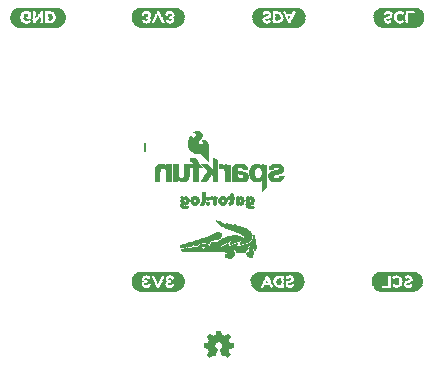
<source format=gbo>
G75*
%MOIN*%
%OFA0B0*%
%FSLAX25Y25*%
%IPPOS*%
%LPD*%
%AMOC8*
5,1,8,0,0,1.08239X$1,22.5*
%
%ADD10C,0.00299*%
%ADD11C,0.00800*%
%ADD12C,0.00300*%
%ADD13R,0.13701X0.00157*%
%ADD14R,0.14646X0.00157*%
%ADD15R,0.15276X0.00157*%
%ADD16R,0.15906X0.00157*%
%ADD17R,0.16220X0.00157*%
%ADD18R,0.16535X0.00157*%
%ADD19R,0.16850X0.00157*%
%ADD20R,0.04252X0.00157*%
%ADD21R,0.11969X0.00157*%
%ADD22R,0.04094X0.00157*%
%ADD23R,0.01260X0.00157*%
%ADD24R,0.01890X0.00157*%
%ADD25R,0.00630X0.00157*%
%ADD26R,0.03780X0.00157*%
%ADD27R,0.00787X0.00157*%
%ADD28R,0.01575X0.00157*%
%ADD29R,0.00472X0.00157*%
%ADD30R,0.01417X0.00157*%
%ADD31R,0.03465X0.00157*%
%ADD32R,0.03622X0.00157*%
%ADD33R,0.01102X0.00157*%
%ADD34R,0.03307X0.00157*%
%ADD35R,0.00945X0.00157*%
%ADD36R,0.02835X0.00157*%
%ADD37R,0.02992X0.00157*%
%ADD38R,0.00157X0.00157*%
%ADD39R,0.00315X0.00157*%
%ADD40R,0.03937X0.00157*%
%ADD41R,0.01732X0.00157*%
%ADD42R,0.12756X0.00157*%
%ADD43R,0.14331X0.00157*%
%ADD44R,0.14961X0.00157*%
%ADD45R,0.15591X0.00157*%
%ADD46R,0.07087X0.00157*%
%ADD47R,0.02362X0.00157*%
%ADD48R,0.02047X0.00157*%
%ADD49R,0.03150X0.00157*%
%ADD50R,0.04409X0.00157*%
%ADD51R,0.02205X0.00157*%
%ADD52R,0.05039X0.00157*%
%ADD53R,0.02520X0.00157*%
%ADD54R,0.13071X0.00157*%
%ADD55R,0.14016X0.00157*%
%ADD56R,0.04567X0.00157*%
%ADD57R,0.02677X0.00157*%
%ADD58R,0.04882X0.00157*%
%ADD59R,0.05354X0.00157*%
%ADD60R,0.12126X0.00157*%
%ADD61R,0.05197X0.00157*%
%ADD62R,0.00197X0.00079*%
%ADD63R,0.00315X0.00079*%
%ADD64R,0.00709X0.00118*%
%ADD65R,0.00984X0.00079*%
%ADD66R,0.01102X0.00118*%
%ADD67R,0.01181X0.00079*%
%ADD68R,0.01142X0.00118*%
%ADD69R,0.01929X0.00118*%
%ADD70R,0.02047X0.00079*%
%ADD71R,0.00591X0.00118*%
%ADD72R,0.02047X0.00118*%
%ADD73R,0.02992X0.00079*%
%ADD74R,0.00394X0.00118*%
%ADD75R,0.02992X0.00118*%
%ADD76R,0.04094X0.00079*%
%ADD77R,0.00354X0.00118*%
%ADD78R,0.04055X0.00118*%
%ADD79R,0.00591X0.00079*%
%ADD80R,0.03976X0.00079*%
%ADD81R,0.05236X0.00079*%
%ADD82R,0.05276X0.00118*%
%ADD83R,0.00472X0.00079*%
%ADD84R,0.05276X0.00079*%
%ADD85R,0.06142X0.00118*%
%ADD86R,0.05906X0.00079*%
%ADD87R,0.05827X0.00118*%
%ADD88R,0.06811X0.00079*%
%ADD89R,0.06732X0.00118*%
%ADD90R,0.06614X0.00079*%
%ADD91R,0.06693X0.00118*%
%ADD92R,0.06299X0.00079*%
%ADD93R,0.06417X0.00118*%
%ADD94R,0.06732X0.00079*%
%ADD95R,0.06299X0.00118*%
%ADD96R,0.06417X0.00079*%
%ADD97R,0.06220X0.00118*%
%ADD98R,0.05866X0.00079*%
%ADD99R,0.05630X0.00118*%
%ADD100R,0.05433X0.00079*%
%ADD101R,0.05354X0.00118*%
%ADD102R,0.05039X0.00079*%
%ADD103R,0.04843X0.00118*%
%ADD104R,0.04764X0.00079*%
%ADD105R,0.04449X0.00118*%
%ADD106R,0.00787X0.00118*%
%ADD107R,0.04173X0.00079*%
%ADD108R,0.01260X0.00079*%
%ADD109R,0.04173X0.00118*%
%ADD110R,0.01732X0.00118*%
%ADD111R,0.03819X0.00079*%
%ADD112R,0.01929X0.00079*%
%ADD113R,0.03701X0.00118*%
%ADD114R,0.02323X0.00118*%
%ADD115R,0.03583X0.00079*%
%ADD116R,0.02520X0.00079*%
%ADD117R,0.03425X0.00118*%
%ADD118R,0.02717X0.00118*%
%ADD119R,0.03425X0.00079*%
%ADD120R,0.02913X0.00079*%
%ADD121R,0.03228X0.00079*%
%ADD122R,0.03110X0.00079*%
%ADD123R,0.00276X0.00118*%
%ADD124R,0.03110X0.00118*%
%ADD125R,0.03307X0.00118*%
%ADD126R,0.00276X0.00079*%
%ADD127R,0.03031X0.00079*%
%ADD128R,0.03504X0.00079*%
%ADD129R,0.02913X0.00118*%
%ADD130R,0.03583X0.00118*%
%ADD131R,0.00394X0.00079*%
%ADD132R,0.02835X0.00079*%
%ADD133R,0.03701X0.00079*%
%ADD134R,0.03465X0.00118*%
%ADD135R,0.04094X0.00118*%
%ADD136R,0.02638X0.00079*%
%ADD137R,0.04291X0.00079*%
%ADD138R,0.02520X0.00118*%
%ADD139R,0.04370X0.00118*%
%ADD140R,0.05354X0.00079*%
%ADD141R,0.04961X0.00079*%
%ADD142R,0.02362X0.00118*%
%ADD143R,0.04961X0.00118*%
%ADD144R,0.02362X0.00079*%
%ADD145R,0.05945X0.00079*%
%ADD146R,0.05118X0.00079*%
%ADD147R,0.00669X0.00118*%
%ADD148R,0.06614X0.00118*%
%ADD149R,0.05433X0.00118*%
%ADD150R,0.00669X0.00079*%
%ADD151R,0.09331X0.00079*%
%ADD152R,0.05551X0.00079*%
%ADD153R,0.00748X0.00118*%
%ADD154R,0.09528X0.00118*%
%ADD155R,0.05669X0.00118*%
%ADD156R,0.00748X0.00079*%
%ADD157R,0.09724X0.00079*%
%ADD158R,0.06024X0.00079*%
%ADD159R,0.00866X0.00118*%
%ADD160R,0.09724X0.00118*%
%ADD161R,0.10000X0.00079*%
%ADD162R,0.01142X0.00079*%
%ADD163R,0.10039X0.00079*%
%ADD164R,0.10000X0.00118*%
%ADD165R,0.05157X0.00118*%
%ADD166R,0.10276X0.00079*%
%ADD167R,0.01260X0.00118*%
%ADD168R,0.10394X0.00118*%
%ADD169R,0.05236X0.00118*%
%ADD170R,0.05157X0.00079*%
%ADD171R,0.01339X0.00118*%
%ADD172R,0.05551X0.00118*%
%ADD173R,0.01457X0.00079*%
%ADD174R,0.05827X0.00079*%
%ADD175R,0.01575X0.00118*%
%ADD176R,0.02441X0.00118*%
%ADD177R,0.03504X0.00118*%
%ADD178R,0.05866X0.00118*%
%ADD179R,0.01772X0.00079*%
%ADD180R,0.02717X0.00079*%
%ADD181R,0.02323X0.00079*%
%ADD182R,0.03780X0.00079*%
%ADD183R,0.01850X0.00118*%
%ADD184R,0.02638X0.00118*%
%ADD185R,0.00315X0.00118*%
%ADD186R,0.06496X0.00118*%
%ADD187R,0.01969X0.00079*%
%ADD188R,0.02441X0.00079*%
%ADD189R,0.01850X0.00079*%
%ADD190R,0.03858X0.00079*%
%ADD191R,0.06693X0.00079*%
%ADD192R,0.02165X0.00118*%
%ADD193R,0.01654X0.00118*%
%ADD194R,0.07205X0.00118*%
%ADD195R,0.04921X0.00079*%
%ADD196R,0.04409X0.00079*%
%ADD197R,0.01063X0.00118*%
%ADD198R,0.00984X0.00118*%
%ADD199R,0.04488X0.00118*%
%ADD200R,0.02795X0.00079*%
%ADD201R,0.01378X0.00079*%
%ADD202R,0.00866X0.00079*%
%ADD203R,0.04685X0.00079*%
%ADD204R,0.00906X0.00118*%
%ADD205R,0.00472X0.00118*%
%ADD206R,0.04567X0.00118*%
%ADD207R,0.00945X0.00079*%
%ADD208R,0.00787X0.00079*%
%ADD209R,0.04449X0.00079*%
%ADD210R,0.01811X0.00079*%
%ADD211R,0.04882X0.00079*%
%ADD212R,0.00906X0.00079*%
%ADD213R,0.04370X0.00079*%
%ADD214R,0.02598X0.00118*%
%ADD215R,0.05039X0.00118*%
%ADD216R,0.01535X0.00079*%
%ADD217R,0.04055X0.00079*%
%ADD218R,0.03228X0.00118*%
%ADD219R,0.03780X0.00118*%
%ADD220R,0.03386X0.00079*%
%ADD221R,0.01969X0.00118*%
%ADD222R,0.02244X0.00118*%
%ADD223R,0.03189X0.00118*%
%ADD224R,0.03622X0.00079*%
%ADD225R,0.01457X0.00118*%
%ADD226R,0.02835X0.00118*%
%ADD227R,0.08937X0.00079*%
%ADD228R,0.09134X0.00118*%
%ADD229R,0.01535X0.00118*%
%ADD230R,0.09252X0.00079*%
%ADD231R,0.02126X0.00079*%
%ADD232R,0.01654X0.00079*%
%ADD233R,0.09843X0.00118*%
%ADD234R,0.02008X0.00118*%
%ADD235R,0.09921X0.00079*%
%ADD236R,0.00079X0.00079*%
%ADD237R,0.10512X0.00118*%
%ADD238R,0.03031X0.00118*%
%ADD239R,0.04685X0.00118*%
%ADD240R,0.14488X0.00079*%
%ADD241R,0.06142X0.00079*%
%ADD242R,0.00709X0.00079*%
%ADD243R,0.01496X0.00079*%
%ADD244R,0.14685X0.00079*%
%ADD245R,0.01496X0.00118*%
%ADD246R,0.16811X0.00118*%
%ADD247R,0.04646X0.00079*%
%ADD248R,0.16890X0.00079*%
%ADD249R,0.00512X0.00118*%
%ADD250R,0.01299X0.00118*%
%ADD251R,0.17008X0.00118*%
%ADD252R,0.01299X0.00079*%
%ADD253R,0.17205X0.00079*%
%ADD254R,0.17323X0.00118*%
%ADD255R,0.17402X0.00079*%
%ADD256R,0.03622X0.00118*%
%ADD257R,0.17402X0.00118*%
%ADD258R,0.01378X0.00118*%
%ADD259R,0.03386X0.00118*%
%ADD260R,0.02008X0.00079*%
%ADD261R,0.03150X0.00079*%
%ADD262R,0.02126X0.00118*%
%ADD263R,0.02205X0.00079*%
%ADD264R,0.03150X0.00118*%
%ADD265R,0.02953X0.00118*%
%ADD266R,0.02756X0.00079*%
%ADD267R,0.02559X0.00079*%
%ADD268R,0.00197X0.00118*%
D10*
X0238276Y0302492D02*
X0237371Y0303398D01*
X0238198Y0304500D01*
X0238158Y0304579D01*
X0238119Y0304618D01*
X0238079Y0304697D01*
X0238079Y0304736D01*
X0240611Y0304736D01*
X0240501Y0304439D02*
X0238152Y0304439D01*
X0238079Y0304736D02*
X0238040Y0304815D01*
X0238001Y0304854D01*
X0237961Y0304933D01*
X0237961Y0304972D01*
X0237883Y0305130D01*
X0237883Y0305169D01*
X0237843Y0305248D01*
X0237843Y0305287D01*
X0237804Y0305366D01*
X0237804Y0305445D01*
X0237765Y0305484D01*
X0236387Y0305720D01*
X0236387Y0306980D01*
X0237804Y0307216D01*
X0237804Y0307374D01*
X0237843Y0307413D01*
X0237843Y0307492D01*
X0237883Y0307531D01*
X0237922Y0307610D01*
X0237922Y0307689D01*
X0237961Y0307728D01*
X0237961Y0307807D01*
X0238001Y0307846D01*
X0238040Y0307925D01*
X0238079Y0307964D01*
X0238079Y0308043D01*
X0238119Y0308083D01*
X0238158Y0308161D01*
X0238198Y0308201D01*
X0237371Y0309342D01*
X0238276Y0310209D01*
X0239418Y0309421D01*
X0239457Y0309461D01*
X0239536Y0309500D01*
X0243001Y0309500D01*
X0243040Y0309461D01*
X0243119Y0309421D01*
X0244261Y0310209D01*
X0245127Y0309342D01*
X0244339Y0308201D01*
X0244379Y0308161D01*
X0244379Y0308083D01*
X0244418Y0308043D01*
X0244457Y0307964D01*
X0244497Y0307925D01*
X0244497Y0307846D01*
X0244536Y0307807D01*
X0244576Y0307728D01*
X0244576Y0307689D01*
X0244654Y0307531D01*
X0244654Y0307492D01*
X0244694Y0307413D01*
X0244694Y0307374D01*
X0244733Y0307295D01*
X0244733Y0307216D01*
X0246111Y0306980D01*
X0246111Y0305720D01*
X0244733Y0305484D01*
X0244733Y0305445D01*
X0244694Y0305366D01*
X0244694Y0305287D01*
X0244654Y0305248D01*
X0244654Y0305169D01*
X0244615Y0305130D01*
X0244576Y0305051D01*
X0244576Y0304972D01*
X0244536Y0304933D01*
X0244536Y0304854D01*
X0244497Y0304815D01*
X0244457Y0304736D01*
X0244418Y0304697D01*
X0244379Y0304618D01*
X0244379Y0304579D01*
X0244339Y0304500D01*
X0245127Y0303398D01*
X0244261Y0302492D01*
X0243119Y0303279D01*
X0243079Y0303279D01*
X0243040Y0303240D01*
X0243001Y0303240D01*
X0242961Y0303201D01*
X0242922Y0303201D01*
X0242883Y0303161D01*
X0242843Y0303161D01*
X0242804Y0303122D01*
X0242765Y0303122D01*
X0242725Y0303083D01*
X0242686Y0303083D01*
X0242646Y0303043D01*
X0242568Y0303043D01*
X0242528Y0303004D01*
X0241741Y0305130D01*
X0241859Y0305169D01*
X0242016Y0305248D01*
X0242095Y0305327D01*
X0242174Y0305366D01*
X0242253Y0305445D01*
X0242292Y0305523D01*
X0242371Y0305602D01*
X0242450Y0305760D01*
X0242489Y0305878D01*
X0242568Y0306035D01*
X0242568Y0306153D01*
X0242607Y0306272D01*
X0242607Y0306508D01*
X0242450Y0306980D01*
X0242292Y0307216D01*
X0242213Y0307295D01*
X0242095Y0307374D01*
X0242016Y0307453D01*
X0241898Y0307531D01*
X0241780Y0307571D01*
X0241662Y0307649D01*
X0241544Y0307649D01*
X0241387Y0307689D01*
X0241111Y0307689D01*
X0240993Y0307649D01*
X0240875Y0307649D01*
X0240757Y0307571D01*
X0240639Y0307531D01*
X0240402Y0307374D01*
X0240245Y0307216D01*
X0240087Y0306980D01*
X0240048Y0306862D01*
X0239969Y0306744D01*
X0239969Y0306626D01*
X0239930Y0306508D01*
X0239930Y0306153D01*
X0239969Y0306035D01*
X0239969Y0305957D01*
X0240009Y0305878D01*
X0240048Y0305760D01*
X0240087Y0305681D01*
X0240166Y0305602D01*
X0240205Y0305523D01*
X0240363Y0305366D01*
X0240442Y0305327D01*
X0240520Y0305248D01*
X0240757Y0305130D01*
X0239969Y0303004D01*
X0239969Y0303043D01*
X0239891Y0303043D01*
X0239851Y0303083D01*
X0239812Y0303083D01*
X0239772Y0303122D01*
X0239733Y0303122D01*
X0239694Y0303161D01*
X0239615Y0303161D01*
X0239576Y0303201D01*
X0239536Y0303201D01*
X0239457Y0303279D01*
X0239418Y0303279D01*
X0238276Y0302492D01*
X0238116Y0302652D02*
X0238509Y0302652D01*
X0238940Y0302950D02*
X0237818Y0302950D01*
X0237521Y0303248D02*
X0239372Y0303248D01*
X0239489Y0303248D02*
X0240060Y0303248D01*
X0240170Y0303545D02*
X0237482Y0303545D01*
X0237705Y0303843D02*
X0240280Y0303843D01*
X0240390Y0304141D02*
X0237928Y0304141D01*
X0237931Y0305034D02*
X0240721Y0305034D01*
X0240432Y0305332D02*
X0237821Y0305332D01*
X0236917Y0305629D02*
X0240139Y0305629D01*
X0239984Y0305927D02*
X0236387Y0305927D01*
X0236387Y0306225D02*
X0239930Y0306225D01*
X0239935Y0306523D02*
X0236387Y0306523D01*
X0236387Y0306820D02*
X0240020Y0306820D01*
X0240179Y0307118D02*
X0237214Y0307118D01*
X0237843Y0307416D02*
X0240465Y0307416D01*
X0242053Y0307416D02*
X0244692Y0307416D01*
X0244576Y0307714D02*
X0237947Y0307714D01*
X0238079Y0308011D02*
X0244434Y0308011D01*
X0244414Y0308309D02*
X0238119Y0308309D01*
X0237904Y0308607D02*
X0244619Y0308607D01*
X0244825Y0308904D02*
X0237688Y0308904D01*
X0237472Y0309202D02*
X0245030Y0309202D01*
X0244969Y0309500D02*
X0243233Y0309500D01*
X0243001Y0309500D02*
X0242922Y0309500D01*
X0242883Y0309539D01*
X0242804Y0309579D01*
X0242765Y0309618D01*
X0242686Y0309618D01*
X0242646Y0309657D01*
X0242568Y0309697D01*
X0242528Y0309697D01*
X0242450Y0309736D01*
X0242371Y0309736D01*
X0242331Y0309775D01*
X0242253Y0309775D01*
X0242174Y0309815D01*
X0242135Y0309815D01*
X0241898Y0311193D01*
X0240639Y0311193D01*
X0240402Y0309815D01*
X0240324Y0309815D01*
X0240245Y0309775D01*
X0240205Y0309775D01*
X0240127Y0309736D01*
X0240087Y0309736D01*
X0240009Y0309697D01*
X0239930Y0309697D01*
X0239891Y0309657D01*
X0239812Y0309618D01*
X0239772Y0309618D01*
X0239694Y0309579D01*
X0239654Y0309539D01*
X0239576Y0309500D01*
X0239536Y0309500D01*
X0239304Y0309500D02*
X0237535Y0309500D01*
X0237847Y0309798D02*
X0238872Y0309798D01*
X0238441Y0310095D02*
X0238158Y0310095D01*
X0240289Y0309798D02*
X0242208Y0309798D01*
X0242087Y0310095D02*
X0240450Y0310095D01*
X0240501Y0310393D02*
X0242035Y0310393D01*
X0241984Y0310691D02*
X0240552Y0310691D01*
X0240604Y0310988D02*
X0241933Y0310988D01*
X0243665Y0309798D02*
X0244672Y0309798D01*
X0244374Y0310095D02*
X0244096Y0310095D01*
X0245307Y0307118D02*
X0242358Y0307118D01*
X0242503Y0306820D02*
X0246111Y0306820D01*
X0246111Y0306523D02*
X0242602Y0306523D01*
X0242591Y0306225D02*
X0246111Y0306225D01*
X0246111Y0305927D02*
X0242514Y0305927D01*
X0242384Y0305629D02*
X0245581Y0305629D01*
X0244694Y0305332D02*
X0242105Y0305332D01*
X0241776Y0305034D02*
X0244576Y0305034D01*
X0244458Y0304736D02*
X0241887Y0304736D01*
X0241997Y0304439D02*
X0244383Y0304439D01*
X0244596Y0304141D02*
X0242107Y0304141D01*
X0242217Y0303843D02*
X0244808Y0303843D01*
X0245021Y0303545D02*
X0242328Y0303545D01*
X0242438Y0303248D02*
X0243048Y0303248D01*
X0243165Y0303248D02*
X0244983Y0303248D01*
X0244699Y0302950D02*
X0243597Y0302950D01*
X0244028Y0302652D02*
X0244414Y0302652D01*
D11*
X0216855Y0371100D02*
X0216855Y0373800D01*
D12*
X0220857Y0366455D02*
X0220582Y0366180D01*
X0220385Y0365865D01*
X0220267Y0365471D01*
X0220188Y0365038D01*
X0220149Y0364526D01*
X0220149Y0361101D01*
X0221684Y0361101D01*
X0221684Y0364250D01*
X0221724Y0364565D01*
X0221763Y0364841D01*
X0221802Y0365077D01*
X0221920Y0365274D01*
X0222039Y0365431D01*
X0222235Y0365550D01*
X0222432Y0365589D01*
X0222668Y0365628D01*
X0222983Y0365589D01*
X0223220Y0365550D01*
X0223416Y0365431D01*
X0223574Y0365235D01*
X0223692Y0365038D01*
X0223810Y0364762D01*
X0223850Y0364408D01*
X0223850Y0361101D01*
X0225385Y0361101D01*
X0225385Y0366691D01*
X0223928Y0366691D01*
X0223928Y0365904D01*
X0223889Y0365904D01*
X0223731Y0366140D01*
X0223574Y0366298D01*
X0223377Y0366455D01*
X0223141Y0366613D01*
X0222668Y0366770D01*
X0222432Y0366809D01*
X0222196Y0366809D01*
X0221645Y0366770D01*
X0221212Y0366652D01*
X0220857Y0366455D01*
X0221029Y0366550D02*
X0223235Y0366550D01*
X0223620Y0366252D02*
X0220654Y0366252D01*
X0220440Y0365953D02*
X0223856Y0365953D01*
X0223928Y0365953D02*
X0225385Y0365953D01*
X0225385Y0365655D02*
X0220322Y0365655D01*
X0220246Y0365356D02*
X0221982Y0365356D01*
X0221799Y0365058D02*
X0220192Y0365058D01*
X0220167Y0364759D02*
X0221751Y0364759D01*
X0221710Y0364461D02*
X0220149Y0364461D01*
X0220149Y0364162D02*
X0221684Y0364162D01*
X0221684Y0363864D02*
X0220149Y0363864D01*
X0220149Y0363565D02*
X0221684Y0363565D01*
X0221684Y0363267D02*
X0220149Y0363267D01*
X0220149Y0362968D02*
X0221684Y0362968D01*
X0221684Y0362670D02*
X0220149Y0362670D01*
X0220149Y0362371D02*
X0221684Y0362371D01*
X0221684Y0362072D02*
X0220149Y0362072D01*
X0220149Y0361774D02*
X0221684Y0361774D01*
X0221684Y0361475D02*
X0220149Y0361475D01*
X0220149Y0361177D02*
X0221684Y0361177D01*
X0223850Y0361177D02*
X0225385Y0361177D01*
X0225385Y0361475D02*
X0223850Y0361475D01*
X0223850Y0361774D02*
X0225385Y0361774D01*
X0225385Y0362072D02*
X0223850Y0362072D01*
X0223850Y0362371D02*
X0225385Y0362371D01*
X0225385Y0362670D02*
X0223850Y0362670D01*
X0223850Y0362968D02*
X0225385Y0362968D01*
X0225385Y0363267D02*
X0223850Y0363267D01*
X0223850Y0363565D02*
X0225385Y0363565D01*
X0225385Y0363864D02*
X0223850Y0363864D01*
X0223850Y0364162D02*
X0225385Y0364162D01*
X0225385Y0364461D02*
X0223844Y0364461D01*
X0223811Y0364759D02*
X0225385Y0364759D01*
X0225385Y0365058D02*
X0223680Y0365058D01*
X0223477Y0365356D02*
X0225385Y0365356D01*
X0226212Y0365356D02*
X0227747Y0365356D01*
X0227747Y0365058D02*
X0226212Y0365058D01*
X0226212Y0364759D02*
X0227747Y0364759D01*
X0227747Y0364461D02*
X0226212Y0364461D01*
X0226212Y0364162D02*
X0227747Y0364162D01*
X0227747Y0363864D02*
X0226212Y0363864D01*
X0226212Y0363565D02*
X0227747Y0363565D01*
X0227747Y0363345D02*
X0227747Y0366691D01*
X0226212Y0366691D01*
X0226212Y0361101D01*
X0227668Y0361101D01*
X0227668Y0361888D01*
X0227708Y0361888D01*
X0227865Y0361652D01*
X0228023Y0361455D01*
X0228220Y0361298D01*
X0228456Y0361180D01*
X0228653Y0361101D01*
X0228889Y0361022D01*
X0229165Y0360983D01*
X0229401Y0360943D01*
X0229952Y0360983D01*
X0230385Y0361140D01*
X0230739Y0361337D01*
X0231015Y0361573D01*
X0231212Y0361928D01*
X0231330Y0362321D01*
X0231409Y0362754D01*
X0231409Y0366691D01*
X0229913Y0366691D01*
X0229913Y0363542D01*
X0229834Y0362912D01*
X0229794Y0362676D01*
X0229558Y0362361D01*
X0229361Y0362243D01*
X0229165Y0362203D01*
X0228928Y0362164D01*
X0228613Y0362203D01*
X0228377Y0362243D01*
X0228180Y0362361D01*
X0228023Y0362518D01*
X0227905Y0362754D01*
X0227787Y0363030D01*
X0227747Y0363345D01*
X0227757Y0363267D02*
X0226212Y0363267D01*
X0226212Y0362968D02*
X0227813Y0362968D01*
X0227947Y0362670D02*
X0226212Y0362670D01*
X0226212Y0362371D02*
X0228170Y0362371D01*
X0227784Y0361774D02*
X0231126Y0361774D01*
X0231255Y0362072D02*
X0226212Y0362072D01*
X0226212Y0361774D02*
X0227668Y0361774D01*
X0227668Y0361475D02*
X0226212Y0361475D01*
X0226212Y0361177D02*
X0227668Y0361177D01*
X0228006Y0361475D02*
X0230901Y0361475D01*
X0230451Y0361177D02*
X0228462Y0361177D01*
X0229566Y0362371D02*
X0231339Y0362371D01*
X0231393Y0362670D02*
X0229790Y0362670D01*
X0229841Y0362968D02*
X0231409Y0362968D01*
X0231409Y0363267D02*
X0229878Y0363267D01*
X0229913Y0363565D02*
X0231409Y0363565D01*
X0231409Y0363864D02*
X0229913Y0363864D01*
X0229913Y0364162D02*
X0231409Y0364162D01*
X0231409Y0364461D02*
X0229913Y0364461D01*
X0229913Y0364759D02*
X0231409Y0364759D01*
X0231409Y0365058D02*
X0229913Y0365058D01*
X0229913Y0365356D02*
X0231409Y0365356D01*
X0231409Y0365655D02*
X0229913Y0365655D01*
X0229913Y0365953D02*
X0231409Y0365953D01*
X0231409Y0366252D02*
X0229913Y0366252D01*
X0229913Y0366550D02*
X0231409Y0366550D01*
X0231881Y0366550D02*
X0235018Y0366550D01*
X0235031Y0366534D02*
X0234913Y0366691D01*
X0234440Y0366691D01*
X0234440Y0367479D01*
X0234322Y0367794D01*
X0234204Y0368069D01*
X0234007Y0368306D01*
X0233731Y0368502D01*
X0233416Y0368660D01*
X0233023Y0368778D01*
X0231881Y0368778D01*
X0231802Y0368739D01*
X0231802Y0367636D01*
X0232472Y0367636D01*
X0232629Y0367597D01*
X0232787Y0367518D01*
X0232865Y0367400D01*
X0232905Y0367321D01*
X0232905Y0367164D01*
X0232944Y0367006D01*
X0232944Y0366691D01*
X0231881Y0366691D01*
X0231881Y0365668D01*
X0232944Y0365668D01*
X0232944Y0361101D01*
X0234440Y0361101D01*
X0234440Y0365668D01*
X0235976Y0365668D01*
X0235818Y0365786D01*
X0235188Y0366416D01*
X0235031Y0366534D01*
X0235352Y0366252D02*
X0231881Y0366252D01*
X0231881Y0365953D02*
X0235651Y0365953D01*
X0236069Y0366252D02*
X0237855Y0366252D01*
X0237568Y0366550D02*
X0235765Y0366550D01*
X0235621Y0366691D02*
X0237708Y0364644D01*
X0235385Y0361101D01*
X0237235Y0361101D01*
X0238771Y0363581D01*
X0239361Y0363030D01*
X0239361Y0361101D01*
X0240897Y0361101D01*
X0240897Y0367951D01*
X0239361Y0368778D01*
X0239361Y0364683D01*
X0237432Y0366691D01*
X0235621Y0366691D01*
X0236374Y0365953D02*
X0238141Y0365953D01*
X0238428Y0365655D02*
X0236678Y0365655D01*
X0236982Y0365356D02*
X0238715Y0365356D01*
X0239002Y0365058D02*
X0237286Y0365058D01*
X0237591Y0364759D02*
X0239289Y0364759D01*
X0239361Y0364759D02*
X0240897Y0364759D01*
X0240897Y0364461D02*
X0237588Y0364461D01*
X0237392Y0364162D02*
X0240897Y0364162D01*
X0240897Y0363864D02*
X0237196Y0363864D01*
X0237000Y0363565D02*
X0238761Y0363565D01*
X0238788Y0363565D02*
X0240897Y0363565D01*
X0240897Y0363267D02*
X0239108Y0363267D01*
X0239361Y0362968D02*
X0240897Y0362968D01*
X0240897Y0362670D02*
X0239361Y0362670D01*
X0239361Y0362371D02*
X0240897Y0362371D01*
X0240897Y0362072D02*
X0239361Y0362072D01*
X0239361Y0361774D02*
X0240897Y0361774D01*
X0240897Y0361475D02*
X0239361Y0361475D01*
X0239361Y0361177D02*
X0240897Y0361177D01*
X0243535Y0361177D02*
X0245070Y0361177D01*
X0245070Y0361101D02*
X0245070Y0366416D01*
X0244873Y0366455D01*
X0244716Y0366494D01*
X0244519Y0366494D01*
X0244322Y0366534D01*
X0244165Y0366573D01*
X0243771Y0366652D01*
X0243613Y0366691D01*
X0243613Y0365628D01*
X0243456Y0365904D01*
X0243298Y0366101D01*
X0243102Y0366337D01*
X0242905Y0366494D01*
X0242629Y0366652D01*
X0242393Y0366731D01*
X0242117Y0366809D01*
X0241566Y0366809D01*
X0241527Y0366770D01*
X0241487Y0366770D01*
X0241487Y0365353D01*
X0241527Y0365353D01*
X0241605Y0365392D01*
X0242039Y0365392D01*
X0242432Y0365353D01*
X0242747Y0365274D01*
X0243023Y0365117D01*
X0243220Y0364880D01*
X0243377Y0364605D01*
X0243456Y0364329D01*
X0243535Y0363975D01*
X0243535Y0361101D01*
X0245070Y0361101D01*
X0245070Y0361475D02*
X0243535Y0361475D01*
X0243535Y0361774D02*
X0245070Y0361774D01*
X0245070Y0362072D02*
X0243535Y0362072D01*
X0243535Y0362371D02*
X0245070Y0362371D01*
X0245070Y0362670D02*
X0243535Y0362670D01*
X0243535Y0362968D02*
X0245070Y0362968D01*
X0245070Y0363267D02*
X0243535Y0363267D01*
X0243535Y0363565D02*
X0245070Y0363565D01*
X0245070Y0363864D02*
X0243535Y0363864D01*
X0243493Y0364162D02*
X0245070Y0364162D01*
X0245070Y0364461D02*
X0243418Y0364461D01*
X0243289Y0364759D02*
X0245070Y0364759D01*
X0245070Y0365058D02*
X0243072Y0365058D01*
X0242399Y0365356D02*
X0245070Y0365356D01*
X0245070Y0365655D02*
X0243613Y0365655D01*
X0243598Y0365655D02*
X0241487Y0365655D01*
X0241487Y0365953D02*
X0243416Y0365953D01*
X0243613Y0365953D02*
X0245070Y0365953D01*
X0245070Y0366252D02*
X0243613Y0366252D01*
X0243613Y0366550D02*
X0244257Y0366550D01*
X0243173Y0366252D02*
X0241487Y0366252D01*
X0241487Y0366550D02*
X0242807Y0366550D01*
X0241533Y0365356D02*
X0241487Y0365356D01*
X0240897Y0365356D02*
X0239361Y0365356D01*
X0239361Y0365058D02*
X0240897Y0365058D01*
X0240897Y0365655D02*
X0239361Y0365655D01*
X0239361Y0365953D02*
X0240897Y0365953D01*
X0240897Y0366252D02*
X0239361Y0366252D01*
X0239361Y0366550D02*
X0240897Y0366550D01*
X0240897Y0366849D02*
X0239361Y0366849D01*
X0239361Y0367147D02*
X0240897Y0367147D01*
X0240897Y0367446D02*
X0239361Y0367446D01*
X0239361Y0367744D02*
X0240897Y0367744D01*
X0240727Y0368043D02*
X0239361Y0368043D01*
X0239361Y0368341D02*
X0240172Y0368341D01*
X0239618Y0368640D02*
X0239361Y0368640D01*
X0237747Y0368640D02*
X0237016Y0368640D01*
X0236999Y0368660D02*
X0236763Y0368896D01*
X0236566Y0369172D01*
X0236054Y0369683D01*
X0235857Y0369920D01*
X0235464Y0370235D01*
X0235267Y0370353D01*
X0235031Y0370392D01*
X0234283Y0370392D01*
X0233810Y0370471D01*
X0233377Y0370589D01*
X0232983Y0370746D01*
X0232590Y0370983D01*
X0232275Y0371258D01*
X0231960Y0371573D01*
X0231684Y0371928D01*
X0231291Y0372636D01*
X0231094Y0373345D01*
X0231054Y0374054D01*
X0231172Y0374683D01*
X0231369Y0375235D01*
X0231645Y0375707D01*
X0231960Y0376061D01*
X0232275Y0376219D01*
X0232275Y0375904D01*
X0232353Y0375668D01*
X0232472Y0375589D01*
X0232590Y0375550D01*
X0232865Y0375550D01*
X0233180Y0375707D01*
X0233298Y0375786D01*
X0233456Y0375904D01*
X0233574Y0375983D01*
X0233692Y0376101D01*
X0233771Y0376258D01*
X0233850Y0376376D01*
X0233889Y0376534D01*
X0233928Y0376652D01*
X0233889Y0376770D01*
X0233850Y0376849D01*
X0233810Y0376967D01*
X0233731Y0377085D01*
X0233574Y0377203D01*
X0233416Y0377282D01*
X0233220Y0377321D01*
X0233062Y0377361D01*
X0232944Y0377361D01*
X0232826Y0377321D01*
X0232708Y0377321D01*
X0232747Y0377361D01*
X0232905Y0377479D01*
X0233141Y0377597D01*
X0233456Y0377715D01*
X0233810Y0377833D01*
X0234204Y0377833D01*
X0234637Y0377754D01*
X0235070Y0377518D01*
X0235424Y0377203D01*
X0235621Y0376928D01*
X0235739Y0376573D01*
X0235739Y0376258D01*
X0235661Y0375904D01*
X0235464Y0375550D01*
X0235188Y0375235D01*
X0234873Y0374880D01*
X0234598Y0374565D01*
X0234479Y0374290D01*
X0234479Y0374014D01*
X0234558Y0373778D01*
X0234716Y0373581D01*
X0234952Y0373424D01*
X0235267Y0373345D01*
X0235582Y0373345D01*
X0235779Y0373384D01*
X0235976Y0373463D01*
X0236094Y0373542D01*
X0236212Y0373660D01*
X0236291Y0373817D01*
X0236330Y0373935D01*
X0236330Y0374054D01*
X0236291Y0374172D01*
X0236212Y0374290D01*
X0236054Y0374447D01*
X0235936Y0374487D01*
X0235779Y0374565D01*
X0235739Y0374605D01*
X0235818Y0374644D01*
X0235897Y0374644D01*
X0236054Y0374683D01*
X0236369Y0374683D01*
X0236605Y0374644D01*
X0236999Y0374487D01*
X0237157Y0374369D01*
X0237353Y0374250D01*
X0237472Y0374054D01*
X0237590Y0373817D01*
X0237668Y0373581D01*
X0237747Y0372872D01*
X0237747Y0367833D01*
X0237708Y0367833D01*
X0237629Y0367951D01*
X0237511Y0368069D01*
X0237393Y0368227D01*
X0237196Y0368424D01*
X0236999Y0368660D01*
X0236733Y0368938D02*
X0237747Y0368938D01*
X0237747Y0369237D02*
X0236501Y0369237D01*
X0236202Y0369535D02*
X0237747Y0369535D01*
X0237747Y0369834D02*
X0235929Y0369834D01*
X0235592Y0370132D02*
X0237747Y0370132D01*
X0237747Y0370431D02*
X0234051Y0370431D01*
X0233026Y0370729D02*
X0237747Y0370729D01*
X0237747Y0371028D02*
X0232538Y0371028D01*
X0232207Y0371326D02*
X0237747Y0371326D01*
X0237747Y0371625D02*
X0231920Y0371625D01*
X0231687Y0371923D02*
X0237747Y0371923D01*
X0237747Y0372222D02*
X0231521Y0372222D01*
X0231355Y0372520D02*
X0237747Y0372520D01*
X0237747Y0372819D02*
X0231240Y0372819D01*
X0231157Y0373117D02*
X0237720Y0373117D01*
X0237687Y0373416D02*
X0235858Y0373416D01*
X0236239Y0373714D02*
X0237624Y0373714D01*
X0237492Y0374013D02*
X0236330Y0374013D01*
X0236190Y0374311D02*
X0237252Y0374311D01*
X0236691Y0374610D02*
X0235750Y0374610D01*
X0235164Y0375207D02*
X0231359Y0375207D01*
X0231253Y0374908D02*
X0234898Y0374908D01*
X0234637Y0374610D02*
X0231159Y0374610D01*
X0231103Y0374311D02*
X0234489Y0374311D01*
X0234480Y0374013D02*
X0231057Y0374013D01*
X0231073Y0373714D02*
X0234609Y0373714D01*
X0234983Y0373416D02*
X0231090Y0373416D01*
X0231527Y0375505D02*
X0235425Y0375505D01*
X0235605Y0375804D02*
X0233323Y0375804D01*
X0233693Y0376103D02*
X0235705Y0376103D01*
X0235739Y0376401D02*
X0233856Y0376401D01*
X0233912Y0376700D02*
X0235697Y0376700D01*
X0235571Y0376998D02*
X0233789Y0376998D01*
X0233343Y0377297D02*
X0235319Y0377297D01*
X0234929Y0377595D02*
X0233137Y0377595D01*
X0232275Y0376103D02*
X0232042Y0376103D01*
X0232308Y0375804D02*
X0231731Y0375804D01*
X0231802Y0368640D02*
X0233457Y0368640D01*
X0233957Y0368341D02*
X0231802Y0368341D01*
X0231802Y0368043D02*
X0234215Y0368043D01*
X0234341Y0367744D02*
X0231802Y0367744D01*
X0232835Y0367446D02*
X0234440Y0367446D01*
X0234440Y0367147D02*
X0232909Y0367147D01*
X0232944Y0366849D02*
X0234440Y0366849D01*
X0234440Y0365655D02*
X0232944Y0365655D01*
X0232944Y0365356D02*
X0234440Y0365356D01*
X0234440Y0365058D02*
X0232944Y0365058D01*
X0232944Y0364759D02*
X0234440Y0364759D01*
X0234440Y0364461D02*
X0232944Y0364461D01*
X0232944Y0364162D02*
X0234440Y0364162D01*
X0234440Y0363864D02*
X0232944Y0363864D01*
X0232944Y0363565D02*
X0234440Y0363565D01*
X0234440Y0363267D02*
X0232944Y0363267D01*
X0232944Y0362968D02*
X0234440Y0362968D01*
X0234440Y0362670D02*
X0232944Y0362670D01*
X0232944Y0362371D02*
X0234440Y0362371D01*
X0234440Y0362072D02*
X0232944Y0362072D01*
X0232944Y0361774D02*
X0234440Y0361774D01*
X0234440Y0361475D02*
X0232944Y0361475D01*
X0232944Y0361177D02*
X0234440Y0361177D01*
X0235435Y0361177D02*
X0237283Y0361177D01*
X0237467Y0361475D02*
X0235631Y0361475D01*
X0235826Y0361774D02*
X0237652Y0361774D01*
X0237837Y0362072D02*
X0236022Y0362072D01*
X0236218Y0362371D02*
X0238022Y0362371D01*
X0238206Y0362670D02*
X0236413Y0362670D01*
X0236609Y0362968D02*
X0238391Y0362968D01*
X0238576Y0363267D02*
X0236805Y0363267D01*
X0237538Y0368043D02*
X0237747Y0368043D01*
X0237747Y0368341D02*
X0237278Y0368341D01*
X0227747Y0366550D02*
X0226212Y0366550D01*
X0226212Y0366252D02*
X0227747Y0366252D01*
X0227747Y0365953D02*
X0226212Y0365953D01*
X0226212Y0365655D02*
X0227747Y0365655D01*
X0225385Y0366252D02*
X0223928Y0366252D01*
X0223928Y0366550D02*
X0225385Y0366550D01*
X0245936Y0365471D02*
X0245936Y0362046D01*
X0245897Y0361967D01*
X0245897Y0361613D01*
X0245857Y0361534D01*
X0245857Y0361455D01*
X0245818Y0361376D01*
X0245818Y0361258D01*
X0245779Y0361180D01*
X0245739Y0361140D01*
X0245739Y0361101D01*
X0247275Y0361101D01*
X0247275Y0361140D01*
X0247314Y0361180D01*
X0247314Y0361219D01*
X0247353Y0361258D01*
X0247353Y0361376D01*
X0247393Y0361416D01*
X0247393Y0361652D01*
X0247472Y0361534D01*
X0247590Y0361455D01*
X0247668Y0361376D01*
X0247787Y0361298D01*
X0247905Y0361258D01*
X0248023Y0361180D01*
X0248495Y0361022D01*
X0248613Y0361022D01*
X0248731Y0360983D01*
X0248889Y0360983D01*
X0249007Y0360943D01*
X0249440Y0360943D01*
X0249637Y0360983D01*
X0249834Y0360983D01*
X0249991Y0361022D01*
X0250188Y0361101D01*
X0250346Y0361180D01*
X0250464Y0361258D01*
X0250621Y0361337D01*
X0250739Y0361455D01*
X0250818Y0361573D01*
X0250936Y0361731D01*
X0251015Y0361849D01*
X0251054Y0362046D01*
X0251133Y0362203D01*
X0251133Y0362400D01*
X0251172Y0362597D01*
X0251094Y0363030D01*
X0250976Y0363384D01*
X0250818Y0363660D01*
X0250542Y0363896D01*
X0250267Y0364054D01*
X0249952Y0364172D01*
X0249637Y0364250D01*
X0249283Y0364290D01*
X0248968Y0363463D01*
X0249086Y0363424D01*
X0249165Y0363384D01*
X0249204Y0363345D01*
X0249361Y0363266D01*
X0249401Y0363227D01*
X0249479Y0363187D01*
X0249598Y0362951D01*
X0249598Y0362872D01*
X0249637Y0362794D01*
X0249637Y0362597D01*
X0249598Y0362479D01*
X0249598Y0362400D01*
X0249558Y0362321D01*
X0249519Y0362282D01*
X0249479Y0362203D01*
X0249401Y0362164D01*
X0249361Y0362124D01*
X0249204Y0362046D01*
X0249125Y0362046D01*
X0249046Y0362006D01*
X0248968Y0362006D01*
X0248889Y0361967D01*
X0248692Y0361967D01*
X0248495Y0362006D01*
X0248298Y0362006D01*
X0248141Y0362085D01*
X0247983Y0362124D01*
X0247865Y0362203D01*
X0247787Y0362282D01*
X0247708Y0362400D01*
X0247629Y0362479D01*
X0247550Y0362715D01*
X0247511Y0362794D01*
X0247472Y0362912D01*
X0247472Y0363817D01*
X0247550Y0363739D01*
X0247629Y0363739D01*
X0247787Y0363660D01*
X0247865Y0363660D01*
X0247944Y0363620D01*
X0248102Y0363620D01*
X0248298Y0364408D01*
X0248023Y0364487D01*
X0247787Y0364565D01*
X0247590Y0364683D01*
X0247472Y0364841D01*
X0247472Y0365274D01*
X0247590Y0365510D01*
X0247629Y0365550D01*
X0247668Y0365628D01*
X0247905Y0365746D01*
X0247983Y0365746D01*
X0248062Y0365786D01*
X0248771Y0365786D01*
X0249165Y0365589D01*
X0249322Y0365431D01*
X0249361Y0365353D01*
X0249401Y0365235D01*
X0249440Y0365156D01*
X0249440Y0364959D01*
X0250976Y0364959D01*
X0250897Y0365431D01*
X0250818Y0365668D01*
X0250700Y0365825D01*
X0250582Y0366022D01*
X0250464Y0366180D01*
X0250306Y0366298D01*
X0249913Y0366534D01*
X0249716Y0366613D01*
X0249519Y0366652D01*
X0249283Y0366731D01*
X0249046Y0366770D01*
X0248850Y0366809D01*
X0247944Y0366809D01*
X0247747Y0366770D01*
X0247511Y0366770D01*
X0247314Y0366731D01*
X0247117Y0366652D01*
X0246920Y0366613D01*
X0246724Y0366534D01*
X0246251Y0366180D01*
X0246133Y0366022D01*
X0246054Y0365865D01*
X0245976Y0365668D01*
X0245936Y0365471D01*
X0245936Y0365356D02*
X0247513Y0365356D01*
X0247472Y0365058D02*
X0245936Y0365058D01*
X0245936Y0364759D02*
X0247533Y0364759D01*
X0248114Y0364461D02*
X0245936Y0364461D01*
X0245936Y0364162D02*
X0248237Y0364162D01*
X0249234Y0364162D01*
X0249977Y0364162D01*
X0250580Y0363864D02*
X0249120Y0363864D01*
X0248162Y0363864D01*
X0245936Y0363864D01*
X0245936Y0363565D02*
X0247472Y0363565D01*
X0247472Y0363267D02*
X0245936Y0363267D01*
X0245936Y0362968D02*
X0247472Y0362968D01*
X0247566Y0362670D02*
X0245936Y0362670D01*
X0245936Y0362371D02*
X0247727Y0362371D01*
X0248166Y0362072D02*
X0245936Y0362072D01*
X0245897Y0361774D02*
X0250965Y0361774D01*
X0251068Y0362072D02*
X0249258Y0362072D01*
X0249583Y0362371D02*
X0251133Y0362371D01*
X0251159Y0362670D02*
X0249637Y0362670D01*
X0249589Y0362968D02*
X0251105Y0362968D01*
X0251015Y0363267D02*
X0249361Y0363267D01*
X0248968Y0363463D02*
X0249283Y0364290D01*
X0248574Y0364369D01*
X0248298Y0364408D01*
X0248102Y0363620D01*
X0248180Y0363581D01*
X0248259Y0363581D01*
X0248377Y0363542D01*
X0248535Y0363542D01*
X0248653Y0363502D01*
X0248810Y0363502D01*
X0248889Y0363463D01*
X0248968Y0363463D01*
X0249007Y0363565D02*
X0250872Y0363565D01*
X0251623Y0363565D02*
X0253141Y0363565D01*
X0253141Y0363542D02*
X0253141Y0363857D01*
X0253141Y0364211D01*
X0253180Y0364526D01*
X0253298Y0364841D01*
X0253416Y0365117D01*
X0253613Y0365353D01*
X0253850Y0365510D01*
X0254125Y0365628D01*
X0254479Y0365668D01*
X0254794Y0365628D01*
X0255109Y0365510D01*
X0255306Y0365353D01*
X0255503Y0365117D01*
X0255621Y0364841D01*
X0255739Y0364526D01*
X0255779Y0364211D01*
X0255779Y0363542D01*
X0255621Y0362912D01*
X0255503Y0362636D01*
X0255306Y0362439D01*
X0255070Y0362243D01*
X0254794Y0362164D01*
X0254440Y0362124D01*
X0254125Y0362164D01*
X0253810Y0362243D01*
X0253574Y0362439D01*
X0253416Y0362636D01*
X0253298Y0362912D01*
X0251960Y0362282D01*
X0252196Y0361849D01*
X0252550Y0361494D01*
X0252983Y0361180D01*
X0253456Y0361022D01*
X0254046Y0360943D01*
X0254755Y0361061D01*
X0254991Y0361180D01*
X0255385Y0361416D01*
X0255700Y0361809D01*
X0255739Y0361809D01*
X0255739Y0357794D01*
X0256094Y0358148D01*
X0256684Y0358620D01*
X0257039Y0358975D01*
X0257235Y0359132D01*
X0257235Y0366416D01*
X0257078Y0366455D01*
X0256881Y0366494D01*
X0256684Y0366494D01*
X0256527Y0366534D01*
X0256330Y0366573D01*
X0256172Y0366613D01*
X0255779Y0366691D01*
X0255779Y0365983D01*
X0255621Y0366180D01*
X0255464Y0366337D01*
X0255267Y0366494D01*
X0254873Y0366731D01*
X0254401Y0366809D01*
X0254125Y0366809D01*
X0253535Y0366770D01*
X0252983Y0366573D01*
X0252550Y0366298D01*
X0252196Y0365904D01*
X0251920Y0365471D01*
X0251763Y0364959D01*
X0251645Y0364408D01*
X0251605Y0363817D01*
X0253141Y0363857D01*
X0251605Y0363817D01*
X0251645Y0363266D01*
X0251763Y0362754D01*
X0251960Y0362282D01*
X0253298Y0362912D01*
X0253180Y0363227D01*
X0253141Y0363542D01*
X0253175Y0363267D02*
X0251645Y0363267D01*
X0251714Y0362968D02*
X0253277Y0362968D01*
X0253402Y0362670D02*
X0252784Y0362670D01*
X0252783Y0362670D02*
X0251798Y0362670D01*
X0251923Y0362371D02*
X0252149Y0362371D01*
X0253656Y0362371D01*
X0252991Y0361177D02*
X0254986Y0361177D01*
X0255433Y0361475D02*
X0252576Y0361475D01*
X0252271Y0361774D02*
X0255672Y0361774D01*
X0255739Y0361774D02*
X0257235Y0361774D01*
X0257235Y0362072D02*
X0252074Y0362072D01*
X0250753Y0361475D02*
X0247559Y0361475D01*
X0247393Y0361475D02*
X0245857Y0361475D01*
X0245776Y0361177D02*
X0247312Y0361177D01*
X0248030Y0361177D02*
X0250340Y0361177D01*
X0249007Y0363565D02*
X0248307Y0363565D01*
X0249440Y0365058D02*
X0250959Y0365058D01*
X0250909Y0365356D02*
X0249360Y0365356D01*
X0249033Y0365655D02*
X0250822Y0365655D01*
X0250623Y0365953D02*
X0246099Y0365953D01*
X0245973Y0365655D02*
X0247721Y0365655D01*
X0246764Y0366550D02*
X0249872Y0366550D01*
X0250368Y0366252D02*
X0246347Y0366252D01*
X0251793Y0365058D02*
X0253391Y0365058D01*
X0253268Y0364759D02*
X0251720Y0364759D01*
X0251656Y0364461D02*
X0253172Y0364461D01*
X0253141Y0364162D02*
X0251628Y0364162D01*
X0251609Y0363864D02*
X0253141Y0363864D01*
X0253618Y0365356D02*
X0251885Y0365356D01*
X0252037Y0365655D02*
X0254362Y0365655D01*
X0254584Y0365655D02*
X0257235Y0365655D01*
X0257235Y0365953D02*
X0252240Y0365953D01*
X0252509Y0366252D02*
X0255549Y0366252D01*
X0255779Y0366252D02*
X0257235Y0366252D01*
X0256445Y0366550D02*
X0255779Y0366550D01*
X0255174Y0366550D02*
X0252947Y0366550D01*
X0255302Y0365356D02*
X0257235Y0365356D01*
X0257235Y0365058D02*
X0255528Y0365058D01*
X0255652Y0364759D02*
X0257235Y0364759D01*
X0257235Y0364461D02*
X0255747Y0364461D01*
X0255779Y0364162D02*
X0257235Y0364162D01*
X0257235Y0363864D02*
X0255779Y0363864D01*
X0255779Y0363565D02*
X0257235Y0363565D01*
X0257235Y0363267D02*
X0255710Y0363267D01*
X0255635Y0362968D02*
X0257235Y0362968D01*
X0257235Y0362670D02*
X0255517Y0362670D01*
X0255224Y0362371D02*
X0257235Y0362371D01*
X0257944Y0362400D02*
X0258102Y0361967D01*
X0258338Y0361652D01*
X0258653Y0361376D01*
X0259046Y0361180D01*
X0259479Y0361061D01*
X0259952Y0360983D01*
X0260424Y0360943D01*
X0260897Y0360983D01*
X0261369Y0361061D01*
X0261802Y0361180D01*
X0262196Y0361376D01*
X0262511Y0361652D01*
X0262787Y0362006D01*
X0262944Y0362400D01*
X0263023Y0362912D01*
X0261566Y0362912D01*
X0261566Y0362676D01*
X0261487Y0362479D01*
X0261369Y0362321D01*
X0261054Y0362085D01*
X0260818Y0362046D01*
X0260621Y0362006D01*
X0260385Y0361967D01*
X0260228Y0362006D01*
X0260070Y0362006D01*
X0259913Y0362046D01*
X0259755Y0362124D01*
X0259598Y0362243D01*
X0259479Y0362361D01*
X0259401Y0362676D01*
X0259440Y0362833D01*
X0259519Y0362991D01*
X0259676Y0363109D01*
X0259873Y0363227D01*
X0260109Y0363306D01*
X0260739Y0363463D01*
X0261133Y0363542D01*
X0261487Y0363620D01*
X0261802Y0363739D01*
X0262078Y0363857D01*
X0262353Y0364014D01*
X0262590Y0364172D01*
X0262747Y0364408D01*
X0262865Y0364683D01*
X0262905Y0365038D01*
X0262865Y0365510D01*
X0262708Y0365904D01*
X0262432Y0366219D01*
X0262157Y0366455D01*
X0261763Y0366652D01*
X0261369Y0366731D01*
X0260936Y0366809D01*
X0260031Y0366809D01*
X0259598Y0366731D01*
X0259204Y0366613D01*
X0258850Y0366455D01*
X0258535Y0366219D01*
X0258298Y0365904D01*
X0258102Y0365510D01*
X0258023Y0365038D01*
X0259479Y0365038D01*
X0259519Y0365235D01*
X0259598Y0365431D01*
X0259676Y0365550D01*
X0259794Y0365628D01*
X0259952Y0365707D01*
X0260149Y0365786D01*
X0260818Y0365786D01*
X0260936Y0365746D01*
X0261094Y0365707D01*
X0261212Y0365668D01*
X0261369Y0365431D01*
X0261369Y0365274D01*
X0261330Y0365117D01*
X0261212Y0364959D01*
X0261054Y0364841D01*
X0260818Y0364723D01*
X0260582Y0364644D01*
X0260267Y0364605D01*
X0259322Y0364369D01*
X0258968Y0364290D01*
X0258416Y0363975D01*
X0258180Y0363778D01*
X0258023Y0363542D01*
X0257905Y0363266D01*
X0257865Y0362912D01*
X0257944Y0362400D01*
X0257955Y0362371D02*
X0259477Y0362371D01*
X0259402Y0362670D02*
X0257903Y0362670D01*
X0257872Y0362968D02*
X0259508Y0362968D01*
X0259992Y0363267D02*
X0257905Y0363267D01*
X0258038Y0363565D02*
X0261238Y0363565D01*
X0262090Y0363864D02*
X0258283Y0363864D01*
X0258744Y0364162D02*
X0262575Y0364162D01*
X0262770Y0364461D02*
X0259690Y0364461D01*
X0259483Y0365058D02*
X0258026Y0365058D01*
X0258076Y0365356D02*
X0259567Y0365356D01*
X0259847Y0365655D02*
X0258174Y0365655D01*
X0258335Y0365953D02*
X0262665Y0365953D01*
X0262808Y0365655D02*
X0261220Y0365655D01*
X0261369Y0365356D02*
X0262878Y0365356D01*
X0262903Y0365058D02*
X0261286Y0365058D01*
X0260891Y0364759D02*
X0262874Y0364759D01*
X0262394Y0366252D02*
X0258578Y0366252D01*
X0259063Y0366550D02*
X0261967Y0366550D01*
X0261564Y0362670D02*
X0262986Y0362670D01*
X0262932Y0362371D02*
X0261407Y0362371D01*
X0260979Y0362072D02*
X0262813Y0362072D01*
X0262606Y0361774D02*
X0258246Y0361774D01*
X0258063Y0362072D02*
X0259859Y0362072D01*
X0259056Y0361177D02*
X0261793Y0361177D01*
X0262309Y0361475D02*
X0258539Y0361475D01*
X0257235Y0361475D02*
X0255739Y0361475D01*
X0255739Y0361177D02*
X0257235Y0361177D01*
X0257235Y0360878D02*
X0255739Y0360878D01*
X0255739Y0360580D02*
X0257235Y0360580D01*
X0257235Y0360281D02*
X0255739Y0360281D01*
X0255739Y0359983D02*
X0257235Y0359983D01*
X0257235Y0359684D02*
X0255739Y0359684D01*
X0255739Y0359386D02*
X0257235Y0359386D01*
X0257179Y0359087D02*
X0255739Y0359087D01*
X0255739Y0358789D02*
X0256853Y0358789D01*
X0256522Y0358490D02*
X0255739Y0358490D01*
X0255739Y0358192D02*
X0256148Y0358192D01*
X0255839Y0357893D02*
X0255739Y0357893D01*
D13*
X0221242Y0330392D03*
X0221242Y0324408D03*
X0301015Y0324565D03*
X0301015Y0330235D03*
X0301495Y0412565D03*
X0301495Y0418235D03*
X0221268Y0418392D03*
X0221268Y0412408D03*
X0181183Y0412250D03*
X0181183Y0418550D03*
D14*
X0181183Y0418392D03*
X0181183Y0412408D03*
X0261468Y0412565D03*
X0261468Y0418235D03*
X0301495Y0417920D03*
X0301495Y0412880D03*
X0301015Y0329920D03*
X0301015Y0324880D03*
X0261042Y0324565D03*
X0261042Y0330235D03*
D15*
X0261042Y0330077D03*
X0261042Y0324723D03*
X0221242Y0324880D03*
X0221242Y0329920D03*
X0301015Y0329605D03*
X0301015Y0325195D03*
X0301495Y0413195D03*
X0301495Y0417605D03*
X0261468Y0418077D03*
X0261468Y0412723D03*
X0221268Y0412880D03*
X0221268Y0417920D03*
X0181183Y0418235D03*
X0181183Y0412565D03*
D16*
X0181183Y0412723D03*
X0181183Y0418077D03*
X0221268Y0417605D03*
X0221268Y0413195D03*
X0261468Y0413038D03*
X0261468Y0417762D03*
X0261042Y0329762D03*
X0261042Y0325038D03*
X0221242Y0325195D03*
X0221242Y0329605D03*
D17*
X0261042Y0329605D03*
X0261042Y0325195D03*
X0261468Y0413195D03*
X0261468Y0417605D03*
X0181183Y0417920D03*
X0181183Y0412880D03*
D18*
X0181183Y0413038D03*
X0181183Y0417762D03*
D19*
X0181183Y0417605D03*
X0181183Y0413195D03*
D20*
X0174726Y0413353D03*
X0187639Y0417447D03*
X0268239Y0415243D03*
X0268239Y0415085D03*
X0295196Y0415715D03*
X0307314Y0327085D03*
X0254271Y0327557D03*
X0254271Y0327715D03*
D21*
X0258759Y0329447D03*
X0263751Y0413353D03*
X0183781Y0413353D03*
D22*
X0187876Y0413510D03*
X0174490Y0413510D03*
X0174647Y0417447D03*
X0268318Y0415557D03*
X0268318Y0415400D03*
X0254192Y0327400D03*
X0254192Y0327243D03*
D23*
X0259074Y0328030D03*
X0259074Y0328187D03*
X0261594Y0328187D03*
X0261594Y0326455D03*
X0263798Y0327715D03*
X0265216Y0326613D03*
X0251113Y0353955D03*
X0251113Y0354585D03*
X0252846Y0354743D03*
X0247806Y0354585D03*
X0247806Y0353955D03*
X0245916Y0354743D03*
X0243712Y0354743D03*
X0243554Y0353798D03*
X0242767Y0352853D03*
X0241822Y0353798D03*
X0241822Y0354743D03*
X0240247Y0354743D03*
X0235995Y0353010D03*
X0234420Y0353798D03*
X0234420Y0354743D03*
X0232688Y0354743D03*
X0232531Y0354585D03*
X0232531Y0353955D03*
X0232688Y0353798D03*
X0231113Y0353955D03*
X0231113Y0354743D03*
X0229381Y0354743D03*
X0229381Y0353955D03*
X0223368Y0327557D03*
X0223211Y0327243D03*
X0223053Y0326928D03*
X0221164Y0328030D03*
X0218959Y0328030D03*
X0217384Y0326770D03*
X0225258Y0326770D03*
X0299361Y0325353D03*
X0302668Y0328975D03*
X0304716Y0326613D03*
X0299842Y0413825D03*
X0297794Y0416187D03*
X0303149Y0417447D03*
X0263436Y0414770D03*
X0263436Y0414613D03*
X0260916Y0414613D03*
X0260916Y0416345D03*
X0258712Y0415085D03*
X0257294Y0416187D03*
X0225126Y0416030D03*
X0223551Y0414770D03*
X0221346Y0414770D03*
X0219457Y0415872D03*
X0219299Y0415557D03*
X0219142Y0415243D03*
X0217252Y0416030D03*
X0185198Y0416187D03*
X0185198Y0414770D03*
X0181419Y0414140D03*
X0178899Y0413510D03*
X0177324Y0416345D03*
X0178899Y0417447D03*
X0181104Y0416975D03*
X0181104Y0416817D03*
D24*
X0181261Y0417447D03*
X0181261Y0413510D03*
X0221346Y0414140D03*
X0223866Y0414928D03*
X0258397Y0414928D03*
X0265011Y0416975D03*
X0298897Y0414928D03*
X0299842Y0417290D03*
X0242767Y0355530D03*
X0242767Y0353010D03*
X0252058Y0351750D03*
X0233476Y0353010D03*
X0233476Y0355530D03*
X0221164Y0328660D03*
X0218644Y0327872D03*
X0257499Y0325825D03*
X0264113Y0327872D03*
X0302668Y0325510D03*
X0303613Y0327872D03*
D25*
X0304558Y0328502D03*
X0302826Y0326455D03*
X0302826Y0326298D03*
X0299204Y0326455D03*
X0299204Y0328345D03*
X0299204Y0329132D03*
X0265058Y0328502D03*
X0263483Y0328660D03*
X0263483Y0328817D03*
X0263483Y0328975D03*
X0263483Y0327400D03*
X0263483Y0325825D03*
X0261751Y0326298D03*
X0259861Y0325983D03*
X0259861Y0325825D03*
X0259704Y0326140D03*
X0259389Y0326770D03*
X0259231Y0327085D03*
X0259231Y0327243D03*
X0257499Y0327085D03*
X0237728Y0353798D03*
X0230956Y0352538D03*
X0223683Y0328975D03*
X0223526Y0328660D03*
X0223368Y0328345D03*
X0223368Y0328187D03*
X0218959Y0328502D03*
X0218959Y0328660D03*
X0218802Y0328975D03*
X0218827Y0413825D03*
X0218984Y0414140D03*
X0219142Y0414455D03*
X0219142Y0414613D03*
X0223551Y0414298D03*
X0223551Y0414140D03*
X0223709Y0413825D03*
X0257452Y0414298D03*
X0259027Y0414140D03*
X0259027Y0413983D03*
X0259027Y0413825D03*
X0259027Y0415400D03*
X0259027Y0416975D03*
X0260759Y0416502D03*
X0262649Y0416817D03*
X0262649Y0416975D03*
X0262806Y0416660D03*
X0263121Y0416030D03*
X0263279Y0415715D03*
X0263279Y0415557D03*
X0265011Y0415715D03*
X0297952Y0414298D03*
X0299684Y0416345D03*
X0299684Y0416502D03*
X0303306Y0416345D03*
X0303306Y0414455D03*
X0303306Y0413668D03*
X0184883Y0416502D03*
X0183309Y0417290D03*
X0180789Y0416030D03*
X0181734Y0414928D03*
X0183309Y0413510D03*
X0179057Y0413825D03*
X0179057Y0413983D03*
X0179057Y0414140D03*
X0179057Y0414298D03*
X0179057Y0415085D03*
X0179057Y0417132D03*
D26*
X0174332Y0413668D03*
X0174175Y0413825D03*
X0188033Y0413668D03*
X0188191Y0413825D03*
X0214417Y0414770D03*
X0215047Y0413353D03*
X0227488Y0413353D03*
X0228118Y0415400D03*
X0254460Y0415400D03*
X0255090Y0413353D03*
X0268476Y0416030D03*
X0268476Y0416187D03*
X0294960Y0415400D03*
X0295590Y0413353D03*
X0306920Y0329447D03*
X0307550Y0327400D03*
X0268050Y0327400D03*
X0267420Y0329447D03*
X0254035Y0326770D03*
X0254035Y0326613D03*
X0228093Y0328030D03*
X0227463Y0329447D03*
X0215022Y0329447D03*
X0214392Y0327400D03*
D27*
X0217305Y0328345D03*
X0218723Y0329132D03*
X0219038Y0328345D03*
X0219038Y0328187D03*
X0221242Y0327557D03*
X0221242Y0327400D03*
X0223290Y0328030D03*
X0223762Y0329132D03*
X0225179Y0328345D03*
X0225179Y0326298D03*
X0217305Y0326298D03*
X0237806Y0352853D03*
X0240326Y0352853D03*
X0240326Y0355687D03*
X0237806Y0355530D03*
X0236389Y0357105D03*
X0230405Y0355687D03*
X0229302Y0355687D03*
X0247728Y0355687D03*
X0248830Y0355687D03*
X0251035Y0355687D03*
X0248830Y0352853D03*
X0247728Y0352853D03*
X0259153Y0327557D03*
X0259153Y0327400D03*
X0263562Y0327557D03*
X0263562Y0328502D03*
X0263562Y0329132D03*
X0263562Y0325668D03*
X0299283Y0328187D03*
X0300700Y0326298D03*
X0302747Y0326140D03*
X0302747Y0325983D03*
X0303220Y0327557D03*
X0303228Y0414613D03*
X0301810Y0416502D03*
X0299763Y0416660D03*
X0299763Y0416817D03*
X0299291Y0415243D03*
X0263357Y0415243D03*
X0263357Y0415400D03*
X0258948Y0415243D03*
X0258948Y0414298D03*
X0258948Y0413668D03*
X0258948Y0417132D03*
X0225205Y0416502D03*
X0225205Y0414455D03*
X0223787Y0413668D03*
X0223472Y0414455D03*
X0223472Y0414613D03*
X0221268Y0415243D03*
X0221268Y0415400D03*
X0219220Y0414770D03*
X0218748Y0413668D03*
X0217331Y0414455D03*
X0217331Y0416502D03*
X0183230Y0417447D03*
X0180868Y0416345D03*
X0180868Y0416187D03*
X0181655Y0414770D03*
X0178978Y0414455D03*
X0178978Y0413668D03*
X0177403Y0416502D03*
D28*
X0177167Y0416030D03*
X0177167Y0415872D03*
X0181261Y0413668D03*
X0185356Y0415085D03*
X0185356Y0415243D03*
X0185356Y0415400D03*
X0185356Y0415557D03*
X0185356Y0415715D03*
X0219142Y0415400D03*
X0219614Y0416345D03*
X0219614Y0416502D03*
X0221346Y0414455D03*
X0223079Y0416030D03*
X0222921Y0416345D03*
X0222921Y0416502D03*
X0261074Y0416030D03*
X0261074Y0415872D03*
X0261074Y0415715D03*
X0261074Y0415085D03*
X0261074Y0414928D03*
X0263436Y0414455D03*
X0263436Y0414298D03*
X0265011Y0416660D03*
X0299842Y0417132D03*
X0301889Y0414613D03*
X0245602Y0353640D03*
X0245444Y0353325D03*
X0245444Y0353168D03*
X0236153Y0353483D03*
X0236153Y0353640D03*
X0223368Y0327400D03*
X0222896Y0326455D03*
X0222896Y0326298D03*
X0221164Y0328345D03*
X0219431Y0326770D03*
X0219589Y0326455D03*
X0219589Y0326298D03*
X0257499Y0326140D03*
X0259074Y0328345D03*
X0259074Y0328502D03*
X0261436Y0327872D03*
X0261436Y0327715D03*
X0261436Y0327085D03*
X0261436Y0326928D03*
X0261436Y0326770D03*
X0300621Y0328187D03*
X0302668Y0325668D03*
D29*
X0302905Y0326613D03*
X0302905Y0326770D03*
X0302905Y0326928D03*
X0303062Y0327243D03*
X0303062Y0327400D03*
X0299125Y0326298D03*
X0299125Y0326140D03*
X0299125Y0325668D03*
X0299125Y0328502D03*
X0299125Y0328975D03*
X0263405Y0327243D03*
X0263405Y0327085D03*
X0263405Y0326928D03*
X0263405Y0326770D03*
X0263405Y0326455D03*
X0263405Y0326298D03*
X0263405Y0326140D03*
X0263405Y0325983D03*
X0259625Y0326298D03*
X0259468Y0326455D03*
X0259468Y0326613D03*
X0259310Y0326928D03*
X0257578Y0327243D03*
X0252767Y0352538D03*
X0237806Y0354585D03*
X0223605Y0328817D03*
X0223447Y0328502D03*
X0221242Y0327243D03*
X0221242Y0327085D03*
X0218880Y0328817D03*
X0218905Y0413983D03*
X0219063Y0414298D03*
X0221268Y0415557D03*
X0221268Y0415715D03*
X0223630Y0413983D03*
X0259105Y0415557D03*
X0259105Y0415715D03*
X0259105Y0415872D03*
X0259105Y0416030D03*
X0259105Y0416345D03*
X0259105Y0416502D03*
X0259105Y0416660D03*
X0259105Y0416817D03*
X0262885Y0416502D03*
X0263042Y0416345D03*
X0263042Y0416187D03*
X0263200Y0415872D03*
X0264932Y0415557D03*
X0299448Y0415557D03*
X0299448Y0415400D03*
X0299605Y0415872D03*
X0299605Y0416030D03*
X0299605Y0416187D03*
X0303385Y0416502D03*
X0303385Y0416660D03*
X0303385Y0417132D03*
X0303385Y0414298D03*
X0303385Y0413825D03*
X0183230Y0413825D03*
X0183230Y0413668D03*
X0183230Y0413983D03*
X0183230Y0414140D03*
X0183230Y0414298D03*
X0183230Y0414455D03*
X0183230Y0414613D03*
X0183230Y0414770D03*
X0183230Y0414928D03*
X0183230Y0415085D03*
X0183230Y0415243D03*
X0183230Y0415400D03*
X0183230Y0415557D03*
X0183230Y0415715D03*
X0183230Y0415872D03*
X0183230Y0416030D03*
X0183230Y0416187D03*
X0183230Y0416345D03*
X0183230Y0416502D03*
X0183230Y0416660D03*
X0183230Y0416817D03*
X0183230Y0416975D03*
X0183230Y0417132D03*
X0181813Y0415243D03*
X0181813Y0415085D03*
X0180710Y0415872D03*
X0179135Y0415872D03*
X0179135Y0415715D03*
X0179135Y0415557D03*
X0179135Y0415400D03*
X0179135Y0415243D03*
X0179135Y0416030D03*
X0179135Y0416187D03*
X0179135Y0416345D03*
X0179135Y0416502D03*
X0179135Y0416660D03*
X0179135Y0416817D03*
X0179135Y0416975D03*
D30*
X0177246Y0416187D03*
X0181183Y0417132D03*
X0181340Y0413983D03*
X0181340Y0413825D03*
X0185277Y0414928D03*
X0185277Y0415872D03*
X0185277Y0416030D03*
X0219378Y0415715D03*
X0219535Y0416030D03*
X0219535Y0416187D03*
X0221268Y0414613D03*
X0223000Y0416187D03*
X0258791Y0417447D03*
X0260995Y0416187D03*
X0260995Y0414770D03*
X0301810Y0416345D03*
X0251192Y0354743D03*
X0245365Y0353010D03*
X0242688Y0355687D03*
X0236074Y0353325D03*
X0236074Y0353168D03*
X0233554Y0352853D03*
X0233554Y0355687D03*
X0221242Y0328187D03*
X0223132Y0327085D03*
X0222975Y0326770D03*
X0222975Y0326613D03*
X0219510Y0326613D03*
X0261515Y0326613D03*
X0261515Y0328030D03*
X0263720Y0325353D03*
X0300700Y0326455D03*
D31*
X0307078Y0325353D03*
X0307235Y0325510D03*
X0307708Y0327715D03*
X0307708Y0327872D03*
X0307708Y0328030D03*
X0307708Y0328187D03*
X0307235Y0329290D03*
X0268208Y0328187D03*
X0268208Y0328030D03*
X0268208Y0327872D03*
X0267735Y0325510D03*
X0254035Y0326298D03*
X0254035Y0326455D03*
X0228250Y0326770D03*
X0228250Y0328187D03*
X0227778Y0329290D03*
X0227620Y0325353D03*
X0214865Y0325353D03*
X0214235Y0327085D03*
X0214235Y0327243D03*
X0214235Y0327715D03*
X0214235Y0327872D03*
X0214707Y0329290D03*
X0214732Y0413510D03*
X0214260Y0414613D03*
X0214260Y0416030D03*
X0214890Y0417447D03*
X0227646Y0417447D03*
X0228276Y0415715D03*
X0228276Y0415557D03*
X0228276Y0415085D03*
X0228276Y0414928D03*
X0227803Y0413510D03*
X0254302Y0414613D03*
X0254302Y0414770D03*
X0254302Y0414928D03*
X0254775Y0417290D03*
X0268476Y0416502D03*
X0268476Y0416345D03*
X0294802Y0415085D03*
X0294802Y0414928D03*
X0294802Y0414770D03*
X0294802Y0414613D03*
X0295275Y0413510D03*
X0295275Y0417290D03*
X0295432Y0417447D03*
X0188663Y0416187D03*
X0188505Y0416502D03*
X0188505Y0416660D03*
X0188348Y0416817D03*
X0188663Y0414613D03*
X0188505Y0414298D03*
X0174017Y0413983D03*
X0173860Y0414298D03*
X0173702Y0414613D03*
X0173702Y0414770D03*
X0173702Y0416030D03*
X0173702Y0416187D03*
X0173860Y0416502D03*
X0173860Y0416660D03*
X0174017Y0416817D03*
D32*
X0174096Y0416975D03*
X0174253Y0417132D03*
X0173939Y0414140D03*
X0188269Y0413983D03*
X0188427Y0414140D03*
X0188269Y0416975D03*
X0188112Y0417132D03*
X0228197Y0415243D03*
X0254381Y0415243D03*
X0254381Y0415085D03*
X0254381Y0416187D03*
X0255011Y0417447D03*
X0254853Y0413510D03*
X0294881Y0415243D03*
X0294881Y0416187D03*
X0307629Y0327557D03*
X0307629Y0326613D03*
X0268129Y0326613D03*
X0268129Y0327557D03*
X0268129Y0327715D03*
X0267657Y0329290D03*
X0267499Y0325353D03*
X0214313Y0327557D03*
D33*
X0217305Y0328187D03*
X0217463Y0328030D03*
X0217305Y0326613D03*
X0217305Y0326455D03*
X0218723Y0329290D03*
X0221242Y0327872D03*
X0221242Y0327715D03*
X0223290Y0327715D03*
X0223762Y0329290D03*
X0225179Y0328187D03*
X0225337Y0328030D03*
X0225179Y0326613D03*
X0225179Y0326455D03*
X0229302Y0352538D03*
X0229302Y0352695D03*
X0229302Y0354113D03*
X0229302Y0354270D03*
X0229302Y0354428D03*
X0229302Y0354585D03*
X0231192Y0354585D03*
X0231192Y0354428D03*
X0231192Y0354270D03*
X0231192Y0354113D03*
X0232452Y0354113D03*
X0232452Y0354270D03*
X0232452Y0354428D03*
X0234499Y0354585D03*
X0234657Y0354270D03*
X0234499Y0353955D03*
X0235916Y0352853D03*
X0236389Y0353798D03*
X0236389Y0353955D03*
X0236389Y0354113D03*
X0236389Y0354270D03*
X0236389Y0354428D03*
X0236389Y0354585D03*
X0236389Y0354743D03*
X0236389Y0354900D03*
X0236389Y0355057D03*
X0236389Y0355215D03*
X0236389Y0355372D03*
X0236389Y0355530D03*
X0236389Y0355687D03*
X0236389Y0355845D03*
X0236389Y0356002D03*
X0236389Y0356160D03*
X0236389Y0356317D03*
X0236389Y0356475D03*
X0236389Y0356632D03*
X0236389Y0356790D03*
X0236389Y0356947D03*
X0237806Y0355372D03*
X0237806Y0355215D03*
X0237806Y0355057D03*
X0237806Y0354900D03*
X0237806Y0354743D03*
X0237806Y0353640D03*
X0237806Y0353483D03*
X0237806Y0353325D03*
X0237806Y0353168D03*
X0237806Y0353010D03*
X0240326Y0353010D03*
X0240326Y0353168D03*
X0240326Y0353325D03*
X0240326Y0353483D03*
X0240326Y0353640D03*
X0240326Y0353798D03*
X0240326Y0353955D03*
X0240326Y0354113D03*
X0240326Y0354270D03*
X0240326Y0354428D03*
X0240326Y0354585D03*
X0241743Y0354585D03*
X0241743Y0354428D03*
X0241743Y0354270D03*
X0241743Y0354113D03*
X0241743Y0353955D03*
X0243791Y0353955D03*
X0243791Y0354113D03*
X0243791Y0354270D03*
X0243791Y0354428D03*
X0243791Y0354585D03*
X0245838Y0354585D03*
X0245838Y0354428D03*
X0245838Y0354270D03*
X0245838Y0354113D03*
X0245838Y0353955D03*
X0245838Y0353798D03*
X0247728Y0354113D03*
X0247728Y0354270D03*
X0247728Y0354428D03*
X0249617Y0354585D03*
X0249775Y0354270D03*
X0249617Y0353955D03*
X0251035Y0354113D03*
X0251035Y0354270D03*
X0251035Y0354428D03*
X0251035Y0352853D03*
X0251035Y0352695D03*
X0251192Y0352538D03*
X0252924Y0353955D03*
X0252924Y0354585D03*
X0245838Y0355845D03*
X0245838Y0356002D03*
X0245838Y0356160D03*
X0245838Y0356317D03*
X0245838Y0356475D03*
X0263720Y0329290D03*
X0265137Y0326455D03*
X0260098Y0325510D03*
X0299283Y0329290D03*
X0300700Y0328345D03*
X0302747Y0328817D03*
X0302905Y0328660D03*
X0303062Y0328345D03*
X0303377Y0327715D03*
X0304637Y0326455D03*
X0302747Y0325825D03*
X0303228Y0413510D03*
X0301810Y0414455D03*
X0299763Y0413983D03*
X0299605Y0414140D03*
X0299448Y0414455D03*
X0299133Y0415085D03*
X0297873Y0416345D03*
X0299763Y0416975D03*
X0262413Y0417290D03*
X0257373Y0416345D03*
X0258791Y0413510D03*
X0225205Y0414613D03*
X0225047Y0414770D03*
X0225205Y0416187D03*
X0225205Y0416345D03*
X0223787Y0413510D03*
X0221268Y0414928D03*
X0221268Y0415085D03*
X0219220Y0415085D03*
X0218748Y0413510D03*
X0217331Y0414613D03*
X0217173Y0414770D03*
X0217331Y0416187D03*
X0217331Y0416345D03*
X0185120Y0416345D03*
X0185120Y0414613D03*
X0181498Y0414298D03*
X0181025Y0416660D03*
X0177403Y0414455D03*
X0176773Y0415085D03*
D34*
X0173781Y0414455D03*
X0173624Y0414928D03*
X0173624Y0415085D03*
X0173624Y0415243D03*
X0173624Y0415400D03*
X0173624Y0415557D03*
X0173624Y0415715D03*
X0173624Y0415872D03*
X0173781Y0416345D03*
X0188584Y0416345D03*
X0188742Y0416030D03*
X0188742Y0415872D03*
X0188742Y0415715D03*
X0188742Y0415557D03*
X0188742Y0415400D03*
X0188742Y0415243D03*
X0188742Y0415085D03*
X0188742Y0414928D03*
X0188742Y0414770D03*
X0188584Y0414455D03*
X0214181Y0416187D03*
X0214653Y0417290D03*
X0214339Y0414455D03*
X0214339Y0414298D03*
X0214339Y0414140D03*
X0214496Y0413825D03*
X0214653Y0413668D03*
X0227882Y0413668D03*
X0228039Y0413825D03*
X0228197Y0414140D03*
X0228354Y0414613D03*
X0228354Y0414770D03*
X0228354Y0415872D03*
X0228354Y0416030D03*
X0228354Y0416187D03*
X0227882Y0417290D03*
X0254381Y0416660D03*
X0254381Y0416502D03*
X0254381Y0416345D03*
X0254539Y0416975D03*
X0254381Y0414455D03*
X0254381Y0414298D03*
X0254381Y0414140D03*
X0254539Y0413983D03*
X0254539Y0413825D03*
X0254696Y0413668D03*
X0268554Y0416660D03*
X0294881Y0416502D03*
X0294881Y0416345D03*
X0294881Y0414455D03*
X0294881Y0414298D03*
X0294881Y0414140D03*
X0295039Y0413983D03*
X0295039Y0413825D03*
X0295196Y0413668D03*
X0299920Y0413353D03*
X0302590Y0329447D03*
X0307314Y0329132D03*
X0307472Y0328975D03*
X0307472Y0328817D03*
X0307629Y0328660D03*
X0307629Y0328502D03*
X0307629Y0328345D03*
X0307629Y0326455D03*
X0307629Y0326298D03*
X0268129Y0326298D03*
X0268129Y0326455D03*
X0268129Y0326140D03*
X0267972Y0325825D03*
X0268129Y0328345D03*
X0268129Y0328502D03*
X0268129Y0328660D03*
X0267972Y0328817D03*
X0267972Y0328975D03*
X0267814Y0329132D03*
X0253956Y0326140D03*
X0228329Y0326613D03*
X0227857Y0325510D03*
X0228172Y0328345D03*
X0228172Y0328502D03*
X0228172Y0328660D03*
X0228014Y0328975D03*
X0227857Y0329132D03*
X0214628Y0329132D03*
X0214471Y0328975D03*
X0214313Y0328660D03*
X0214156Y0328187D03*
X0214156Y0328030D03*
X0214156Y0326928D03*
X0214156Y0326770D03*
X0214156Y0326613D03*
X0214628Y0325510D03*
D35*
X0223368Y0327872D03*
X0229224Y0352853D03*
X0234578Y0354113D03*
X0234578Y0354428D03*
X0239145Y0355687D03*
X0245287Y0352853D03*
X0245916Y0356632D03*
X0249696Y0354428D03*
X0249696Y0354113D03*
X0252216Y0355687D03*
X0253003Y0354428D03*
X0253003Y0354270D03*
X0253003Y0354113D03*
X0259074Y0327872D03*
X0259074Y0327715D03*
X0260019Y0325668D03*
X0261751Y0328345D03*
X0263641Y0328345D03*
X0265058Y0328345D03*
X0265058Y0326298D03*
X0263641Y0325510D03*
X0299204Y0325510D03*
X0302983Y0328502D03*
X0304558Y0328345D03*
X0304558Y0326298D03*
X0299527Y0414298D03*
X0297952Y0414455D03*
X0297952Y0416502D03*
X0303306Y0417290D03*
X0263436Y0415085D03*
X0263436Y0414928D03*
X0262491Y0417132D03*
X0260759Y0414455D03*
X0258869Y0414455D03*
X0257452Y0414455D03*
X0257452Y0416502D03*
X0258869Y0417290D03*
X0219142Y0414928D03*
X0185041Y0414455D03*
X0181576Y0414455D03*
X0181576Y0414613D03*
X0180946Y0416502D03*
X0179057Y0417290D03*
X0176694Y0415715D03*
X0176694Y0415557D03*
X0176694Y0415400D03*
X0176694Y0415243D03*
D36*
X0177954Y0414613D03*
X0230168Y0355057D03*
X0230168Y0354900D03*
X0230168Y0353798D03*
X0230168Y0353640D03*
X0242767Y0353640D03*
X0242767Y0353483D03*
X0242767Y0354900D03*
X0242767Y0355057D03*
X0248594Y0355057D03*
X0248594Y0353483D03*
X0251901Y0353483D03*
X0251901Y0353640D03*
X0251901Y0355057D03*
X0254035Y0325668D03*
X0254035Y0325510D03*
X0294479Y0325510D03*
X0294479Y0325668D03*
X0294637Y0325353D03*
X0300306Y0326770D03*
X0300306Y0326928D03*
X0300306Y0327085D03*
X0300306Y0327243D03*
X0300306Y0327400D03*
X0300306Y0327557D03*
X0300306Y0327715D03*
X0300306Y0327872D03*
X0302204Y0414928D03*
X0302204Y0415085D03*
X0302204Y0415243D03*
X0302204Y0415400D03*
X0302204Y0415557D03*
X0302204Y0415715D03*
X0302204Y0415872D03*
X0302204Y0416030D03*
X0307873Y0417447D03*
X0308031Y0417290D03*
X0308031Y0417132D03*
X0268476Y0417132D03*
X0268476Y0417290D03*
D37*
X0268239Y0417447D03*
X0268554Y0416975D03*
X0228197Y0416817D03*
X0223945Y0415872D03*
X0223000Y0417447D03*
X0219535Y0417447D03*
X0214339Y0416817D03*
X0177876Y0414928D03*
X0177876Y0414770D03*
X0233554Y0354900D03*
X0233554Y0353640D03*
X0248672Y0353640D03*
X0248672Y0353798D03*
X0248672Y0354743D03*
X0248672Y0354900D03*
X0251979Y0354900D03*
X0251979Y0353798D03*
X0253956Y0325825D03*
X0254271Y0325353D03*
X0228172Y0325983D03*
X0222975Y0325353D03*
X0219510Y0325353D03*
X0218565Y0326928D03*
X0214313Y0325983D03*
X0294401Y0325983D03*
X0294401Y0325825D03*
X0308109Y0416817D03*
X0308109Y0416975D03*
D38*
X0242688Y0352695D03*
X0233554Y0352695D03*
X0230405Y0352853D03*
X0221242Y0326928D03*
X0221242Y0326770D03*
X0221268Y0415872D03*
X0221268Y0416030D03*
X0181970Y0415557D03*
X0180553Y0415400D03*
D39*
X0180631Y0415557D03*
X0180631Y0415715D03*
X0181891Y0415400D03*
X0217409Y0414298D03*
X0225283Y0414298D03*
X0259184Y0416187D03*
X0265011Y0415400D03*
X0265011Y0415243D03*
X0299527Y0415715D03*
X0303464Y0416817D03*
X0303464Y0416975D03*
X0303464Y0414140D03*
X0303464Y0413983D03*
X0245916Y0356790D03*
X0244972Y0354743D03*
X0242767Y0355845D03*
X0238987Y0354743D03*
X0233476Y0355845D03*
X0252216Y0352853D03*
X0257499Y0327557D03*
X0257499Y0327400D03*
X0263326Y0326613D03*
X0299046Y0325983D03*
X0299046Y0325825D03*
X0299046Y0328660D03*
X0299046Y0328817D03*
X0302983Y0327085D03*
X0225101Y0328502D03*
X0217227Y0328502D03*
D40*
X0254113Y0327085D03*
X0254113Y0326928D03*
X0267972Y0327243D03*
X0307472Y0327243D03*
X0295039Y0415557D03*
X0268397Y0415715D03*
X0268397Y0415872D03*
X0254539Y0415557D03*
X0187954Y0417290D03*
X0174411Y0417290D03*
D41*
X0181183Y0417290D03*
X0219693Y0416817D03*
X0219693Y0416660D03*
X0221268Y0414298D03*
X0222842Y0416660D03*
X0222842Y0416817D03*
X0261153Y0415557D03*
X0261153Y0415400D03*
X0261153Y0415243D03*
X0262255Y0417447D03*
X0264932Y0416817D03*
X0263357Y0414140D03*
X0299920Y0413668D03*
X0245523Y0353483D03*
X0230247Y0351750D03*
X0221242Y0328502D03*
X0219668Y0326140D03*
X0219668Y0325983D03*
X0222817Y0325983D03*
X0222817Y0326140D03*
X0257578Y0325983D03*
X0260255Y0325353D03*
X0261357Y0327243D03*
X0261357Y0327400D03*
X0261357Y0327557D03*
X0259153Y0328660D03*
X0302590Y0329132D03*
D42*
X0221242Y0330550D03*
X0221242Y0324250D03*
X0221268Y0412250D03*
X0221268Y0418550D03*
D43*
X0221268Y0418235D03*
X0221268Y0412565D03*
X0301495Y0412723D03*
X0301495Y0418077D03*
X0301015Y0330077D03*
X0301015Y0324723D03*
X0221242Y0324565D03*
X0221242Y0330235D03*
D44*
X0221242Y0330077D03*
X0221242Y0324723D03*
X0301015Y0325038D03*
X0301015Y0329762D03*
X0301495Y0413038D03*
X0301495Y0417762D03*
X0221268Y0418077D03*
X0221268Y0412723D03*
D45*
X0221268Y0413038D03*
X0221268Y0417762D03*
X0261468Y0417920D03*
X0261468Y0412880D03*
X0261042Y0329920D03*
X0261042Y0324880D03*
X0221242Y0325038D03*
X0221242Y0329762D03*
D46*
X0221242Y0329447D03*
X0296763Y0329447D03*
X0305747Y0413353D03*
X0221268Y0413353D03*
D47*
X0221268Y0413510D03*
X0221268Y0413668D03*
X0223630Y0415715D03*
X0258161Y0414613D03*
X0264932Y0417447D03*
X0298661Y0414613D03*
X0299920Y0413510D03*
X0248357Y0355530D03*
X0248357Y0353010D03*
X0245680Y0354900D03*
X0245680Y0355057D03*
X0245680Y0355215D03*
X0245680Y0355372D03*
X0245680Y0355530D03*
X0239696Y0355530D03*
X0239696Y0355372D03*
X0239696Y0355215D03*
X0239696Y0355057D03*
X0233554Y0355372D03*
X0229932Y0355530D03*
X0229932Y0353168D03*
X0230247Y0352065D03*
X0251665Y0353010D03*
X0264350Y0328187D03*
X0257578Y0325353D03*
X0221242Y0329132D03*
X0221242Y0329290D03*
X0218880Y0327085D03*
X0302590Y0329290D03*
X0303850Y0328187D03*
D48*
X0259153Y0328817D03*
X0257578Y0325668D03*
X0222817Y0325825D03*
X0219668Y0325825D03*
X0218723Y0327557D03*
X0218723Y0327715D03*
X0221242Y0328817D03*
X0221242Y0328975D03*
X0245680Y0355687D03*
X0263357Y0413983D03*
X0264932Y0417132D03*
X0223787Y0415243D03*
X0223787Y0415085D03*
X0222842Y0416975D03*
X0219693Y0416975D03*
X0221268Y0413983D03*
X0221268Y0413825D03*
D49*
X0214417Y0413983D03*
X0214260Y0416345D03*
X0214260Y0416502D03*
X0214260Y0416660D03*
X0214417Y0416975D03*
X0214575Y0417132D03*
X0227961Y0417132D03*
X0228118Y0416975D03*
X0228276Y0416660D03*
X0228276Y0416502D03*
X0228276Y0416345D03*
X0228276Y0414455D03*
X0228276Y0414298D03*
X0228118Y0413983D03*
X0254460Y0416817D03*
X0254617Y0417132D03*
X0263121Y0413510D03*
X0268476Y0416817D03*
X0294802Y0416660D03*
X0294960Y0416817D03*
X0294960Y0416975D03*
X0295117Y0417132D03*
X0307708Y0326140D03*
X0307550Y0325983D03*
X0307550Y0325825D03*
X0307393Y0325668D03*
X0268050Y0325983D03*
X0267893Y0325668D03*
X0259389Y0329290D03*
X0254035Y0325983D03*
X0228250Y0326140D03*
X0228250Y0326298D03*
X0228250Y0326455D03*
X0228093Y0325825D03*
X0227935Y0325668D03*
X0228093Y0328817D03*
X0214392Y0328817D03*
X0214235Y0328502D03*
X0214235Y0328345D03*
X0214235Y0326455D03*
X0214235Y0326298D03*
X0214235Y0326140D03*
X0214392Y0325825D03*
X0214550Y0325668D03*
D50*
X0227778Y0327085D03*
X0227778Y0327243D03*
X0227778Y0327400D03*
X0227778Y0327557D03*
X0227778Y0327715D03*
X0227778Y0327872D03*
X0254350Y0327872D03*
X0254350Y0328030D03*
X0254507Y0328345D03*
X0254507Y0328502D03*
X0254665Y0328817D03*
X0254822Y0329132D03*
X0267735Y0327085D03*
X0267688Y0413668D03*
X0267846Y0413983D03*
X0268003Y0414298D03*
X0268003Y0414455D03*
X0268161Y0414770D03*
X0268161Y0414928D03*
X0254775Y0415715D03*
X0214732Y0415715D03*
X0214732Y0415557D03*
X0214732Y0415400D03*
X0214732Y0415243D03*
X0214732Y0415085D03*
X0214732Y0414928D03*
D51*
X0219614Y0417132D03*
X0222921Y0417132D03*
X0223709Y0415557D03*
X0223709Y0415400D03*
X0258239Y0414770D03*
X0263279Y0413825D03*
X0265011Y0417290D03*
X0298739Y0414770D03*
X0251743Y0355530D03*
X0252058Y0351908D03*
X0242767Y0353168D03*
X0242767Y0355372D03*
X0239775Y0354900D03*
X0233476Y0353168D03*
X0230326Y0351908D03*
X0229853Y0353010D03*
X0218802Y0327400D03*
X0218802Y0327243D03*
X0219589Y0325668D03*
X0222896Y0325668D03*
X0257499Y0325510D03*
X0259231Y0328975D03*
X0264271Y0328030D03*
X0303771Y0328030D03*
D52*
X0295267Y0328345D03*
X0295267Y0328502D03*
X0295267Y0328660D03*
X0295267Y0326455D03*
X0295267Y0326298D03*
X0295267Y0326140D03*
X0227463Y0326928D03*
X0215047Y0415872D03*
X0307243Y0416345D03*
X0307243Y0416502D03*
X0307243Y0416660D03*
X0307243Y0414455D03*
X0307243Y0414298D03*
X0307243Y0414140D03*
D53*
X0299842Y0417447D03*
X0248436Y0355372D03*
X0248436Y0353168D03*
X0251743Y0353168D03*
X0251901Y0352380D03*
X0252058Y0352065D03*
X0242767Y0353325D03*
X0242767Y0355215D03*
X0233476Y0355215D03*
X0233476Y0353325D03*
X0230168Y0352380D03*
X0230168Y0352223D03*
X0230011Y0355372D03*
X0222896Y0325510D03*
X0219589Y0325510D03*
X0302668Y0325353D03*
X0222921Y0417290D03*
X0219614Y0417290D03*
D54*
X0261468Y0418550D03*
X0261468Y0412250D03*
X0301495Y0412408D03*
X0301495Y0418392D03*
X0261042Y0330550D03*
X0261042Y0324250D03*
X0301015Y0324408D03*
X0301015Y0330392D03*
D55*
X0261042Y0330392D03*
X0261042Y0324408D03*
X0261468Y0412408D03*
X0261468Y0418392D03*
D56*
X0268082Y0414613D03*
X0267924Y0414140D03*
X0267767Y0413825D03*
X0267609Y0413510D03*
X0254901Y0329290D03*
X0254743Y0328975D03*
X0254586Y0328660D03*
X0254428Y0328187D03*
D57*
X0259310Y0329132D03*
X0251979Y0352223D03*
X0251822Y0353325D03*
X0251822Y0355215D03*
X0251822Y0355372D03*
X0248515Y0355215D03*
X0248515Y0353325D03*
X0233554Y0353483D03*
X0233554Y0355057D03*
X0230090Y0355215D03*
X0230090Y0353483D03*
X0230090Y0353325D03*
X0263200Y0413668D03*
X0302283Y0414770D03*
X0302283Y0416187D03*
X0300228Y0328030D03*
X0300228Y0326613D03*
D58*
X0295503Y0329132D03*
X0295503Y0329290D03*
X0295346Y0328975D03*
X0295346Y0328817D03*
X0306999Y0326928D03*
X0267499Y0326928D03*
X0255011Y0415872D03*
X0295511Y0415872D03*
X0307007Y0413668D03*
X0307007Y0413510D03*
X0307165Y0413825D03*
X0307165Y0413983D03*
D59*
X0255247Y0416030D03*
X0267263Y0326770D03*
D60*
X0301015Y0324250D03*
X0301015Y0330550D03*
X0301495Y0412250D03*
X0301495Y0418550D03*
D61*
X0307322Y0416187D03*
X0307322Y0416030D03*
X0307322Y0415872D03*
X0307322Y0415715D03*
X0307322Y0415557D03*
X0307322Y0415400D03*
X0307322Y0415243D03*
X0307322Y0415085D03*
X0307322Y0414928D03*
X0307322Y0414770D03*
X0307322Y0414613D03*
X0295668Y0416030D03*
X0295188Y0328187D03*
X0295188Y0328030D03*
X0295188Y0327872D03*
X0295188Y0327715D03*
X0295188Y0327557D03*
X0295188Y0327400D03*
X0295188Y0327243D03*
X0295188Y0327085D03*
X0295188Y0326928D03*
X0295188Y0326770D03*
X0295188Y0326613D03*
X0306842Y0326770D03*
D62*
X0253558Y0337660D03*
X0252495Y0335416D03*
X0251905Y0335416D03*
X0240802Y0347660D03*
X0234109Y0339313D03*
D63*
X0244562Y0339983D03*
X0240861Y0347581D03*
D64*
X0241058Y0347483D03*
X0253499Y0338152D03*
D65*
X0253165Y0341439D03*
X0241314Y0347384D03*
D66*
X0241452Y0347286D03*
D67*
X0241491Y0347187D03*
X0241688Y0346991D03*
X0237909Y0340180D03*
X0233814Y0339510D03*
X0245979Y0340180D03*
X0247042Y0339707D03*
D68*
X0246747Y0342719D03*
X0253165Y0341262D03*
X0241590Y0347089D03*
D69*
X0242180Y0346892D03*
D70*
X0242239Y0346794D03*
X0246688Y0342620D03*
X0253027Y0339117D03*
X0251964Y0335809D03*
X0229680Y0338920D03*
D71*
X0236432Y0339884D03*
X0240133Y0338821D03*
X0244503Y0339884D03*
X0253165Y0342128D03*
X0253165Y0342325D03*
X0244031Y0346695D03*
D72*
X0242318Y0346695D03*
X0246413Y0340475D03*
X0243578Y0339018D03*
X0251964Y0335711D03*
D73*
X0250192Y0339313D03*
X0242909Y0346597D03*
X0236491Y0339510D03*
D74*
X0231964Y0339018D03*
X0229444Y0338624D03*
X0228972Y0338624D03*
X0245389Y0346498D03*
X0253066Y0342522D03*
X0251885Y0335514D03*
D75*
X0252436Y0339884D03*
X0250389Y0340869D03*
X0243105Y0346498D03*
D76*
X0243735Y0346400D03*
X0246649Y0342424D03*
X0252003Y0339707D03*
D77*
X0246747Y0346302D03*
D78*
X0243834Y0346302D03*
X0240724Y0339609D03*
D79*
X0248794Y0339786D03*
X0253165Y0342030D03*
X0253165Y0342227D03*
X0253558Y0338054D03*
X0246747Y0346203D03*
D80*
X0243991Y0346203D03*
X0240684Y0339510D03*
D81*
X0236747Y0341164D03*
X0244621Y0346124D03*
D82*
X0244798Y0346026D03*
D83*
X0248066Y0345928D03*
X0253105Y0342424D03*
D84*
X0244995Y0345928D03*
D85*
X0245428Y0345829D03*
D86*
X0245625Y0345731D03*
X0248539Y0344471D03*
X0237751Y0341361D03*
D87*
X0238381Y0341538D03*
X0245783Y0345632D03*
D88*
X0246353Y0345534D03*
D89*
X0246511Y0345435D03*
D90*
X0246649Y0345337D03*
D91*
X0246806Y0345239D03*
D92*
X0247082Y0345140D03*
X0235428Y0340573D03*
D93*
X0247220Y0345042D03*
D94*
X0247574Y0344943D03*
D95*
X0247869Y0344845D03*
D96*
X0248007Y0344746D03*
X0233046Y0338250D03*
D97*
X0248224Y0344648D03*
D98*
X0248401Y0344550D03*
D99*
X0248794Y0344372D03*
X0246550Y0342128D03*
D100*
X0248972Y0344274D03*
D101*
X0249129Y0344176D03*
D102*
X0249365Y0344077D03*
D103*
X0249464Y0343979D03*
X0248794Y0338152D03*
D104*
X0251668Y0339510D03*
X0249621Y0343880D03*
X0244188Y0337463D03*
X0241157Y0339983D03*
D105*
X0248991Y0337955D03*
X0249857Y0343782D03*
D106*
X0241294Y0343782D03*
D107*
X0249995Y0343683D03*
D108*
X0253105Y0340967D03*
X0244090Y0339510D03*
X0241255Y0343683D03*
D109*
X0250113Y0343585D03*
X0251964Y0339609D03*
D110*
X0245192Y0335317D03*
X0243735Y0339215D03*
X0241216Y0343585D03*
X0237712Y0339018D03*
D111*
X0250291Y0343487D03*
D112*
X0243637Y0339117D03*
X0241196Y0343487D03*
X0237810Y0338920D03*
D113*
X0236531Y0339215D03*
X0240625Y0339412D03*
X0242476Y0340475D03*
X0243263Y0340869D03*
X0249483Y0339018D03*
X0250428Y0343388D03*
X0230507Y0339215D03*
D114*
X0240330Y0339018D03*
X0241196Y0343388D03*
X0244897Y0335514D03*
X0251983Y0336105D03*
X0251983Y0336971D03*
D115*
X0249621Y0339117D03*
X0250487Y0343290D03*
X0243401Y0340967D03*
D116*
X0241098Y0343290D03*
X0238105Y0338526D03*
X0245586Y0337069D03*
X0252003Y0336676D03*
X0252003Y0336400D03*
X0251137Y0342227D03*
D117*
X0250684Y0343191D03*
D118*
X0251039Y0342522D03*
X0250251Y0340672D03*
X0245487Y0337168D03*
X0245487Y0336774D03*
X0241117Y0343191D03*
D119*
X0250684Y0343093D03*
D120*
X0250428Y0340967D03*
X0250350Y0340770D03*
X0245389Y0336676D03*
X0241019Y0343093D03*
D121*
X0245231Y0336400D03*
X0250783Y0343014D03*
D122*
X0247141Y0340967D03*
X0248873Y0337266D03*
X0248873Y0337069D03*
X0240920Y0343014D03*
D123*
X0253007Y0342916D03*
X0253007Y0342719D03*
X0253598Y0337758D03*
D124*
X0248873Y0337168D03*
X0245291Y0336498D03*
X0250842Y0342916D03*
D125*
X0248893Y0337365D03*
X0240901Y0342916D03*
D126*
X0231157Y0338920D03*
X0253007Y0342817D03*
D127*
X0250881Y0342817D03*
X0245330Y0336597D03*
X0245133Y0336203D03*
X0245054Y0336006D03*
D128*
X0240802Y0342817D03*
X0252180Y0339786D03*
D129*
X0250940Y0342719D03*
X0247042Y0340869D03*
X0248893Y0336971D03*
D130*
X0240684Y0342719D03*
D131*
X0245586Y0339786D03*
X0247436Y0339983D03*
X0253066Y0342620D03*
X0253539Y0337857D03*
X0231688Y0338526D03*
D132*
X0250979Y0342620D03*
D133*
X0243066Y0340770D03*
X0240625Y0342620D03*
X0230625Y0339313D03*
D134*
X0246649Y0342522D03*
D135*
X0248972Y0337758D03*
X0240428Y0342522D03*
D136*
X0240369Y0339117D03*
X0245527Y0336872D03*
X0246905Y0340770D03*
X0251078Y0342424D03*
X0251944Y0336597D03*
D137*
X0248991Y0337857D03*
X0240330Y0342424D03*
D138*
X0251137Y0342325D03*
X0252672Y0340081D03*
X0252003Y0336774D03*
X0252003Y0336302D03*
D139*
X0246590Y0342325D03*
X0240172Y0342325D03*
D140*
X0246609Y0342227D03*
D141*
X0239877Y0342227D03*
D142*
X0249759Y0340278D03*
X0251216Y0341931D03*
X0251216Y0342128D03*
X0252869Y0338821D03*
D143*
X0241255Y0340081D03*
X0239798Y0342128D03*
D144*
X0251216Y0342030D03*
X0252869Y0338920D03*
X0252672Y0338329D03*
D145*
X0246590Y0342030D03*
D146*
X0239602Y0342030D03*
D147*
X0233952Y0339412D03*
X0247377Y0339884D03*
X0253204Y0341931D03*
D148*
X0246570Y0341931D03*
D149*
X0239365Y0341931D03*
D150*
X0239306Y0340376D03*
X0238046Y0339983D03*
X0244857Y0335140D03*
X0253204Y0341833D03*
D151*
X0247731Y0341833D03*
D152*
X0239109Y0341833D03*
D153*
X0253165Y0341735D03*
D154*
X0247633Y0341735D03*
D155*
X0238972Y0341735D03*
D156*
X0253165Y0341636D03*
D157*
X0247535Y0341636D03*
D158*
X0238676Y0341636D03*
X0238086Y0341439D03*
D159*
X0253224Y0341538D03*
D160*
X0247416Y0341538D03*
D161*
X0247279Y0341439D03*
D162*
X0253165Y0341361D03*
X0253165Y0341164D03*
D163*
X0247180Y0341361D03*
D164*
X0247082Y0341262D03*
D165*
X0251472Y0339412D03*
X0237180Y0341262D03*
D166*
X0246944Y0341164D03*
D167*
X0247003Y0339609D03*
X0253105Y0341065D03*
X0229287Y0338821D03*
D168*
X0246885Y0341065D03*
D169*
X0241511Y0340278D03*
X0236432Y0341065D03*
D170*
X0236314Y0340967D03*
X0232102Y0339707D03*
D171*
X0243932Y0339412D03*
X0253066Y0340869D03*
D172*
X0235999Y0340869D03*
D173*
X0235212Y0338920D03*
X0243873Y0339313D03*
X0245251Y0335219D03*
X0252141Y0335613D03*
X0253007Y0340770D03*
D174*
X0235861Y0340770D03*
D175*
X0253066Y0340672D03*
D176*
X0252712Y0338624D03*
X0252712Y0338428D03*
X0246688Y0340672D03*
D177*
X0249857Y0339215D03*
X0242968Y0340672D03*
D178*
X0235763Y0340672D03*
D179*
X0237613Y0339117D03*
X0252968Y0340573D03*
X0253165Y0339313D03*
D180*
X0250133Y0340573D03*
D181*
X0252771Y0340180D03*
X0252771Y0338723D03*
X0251983Y0336872D03*
X0251983Y0336203D03*
X0251983Y0336006D03*
X0246550Y0340573D03*
X0244897Y0335416D03*
D182*
X0248932Y0337660D03*
X0242712Y0340573D03*
X0234050Y0338526D03*
X0231255Y0337463D03*
D183*
X0252928Y0340475D03*
D184*
X0250015Y0340475D03*
X0246117Y0339018D03*
X0245527Y0336971D03*
X0244936Y0335711D03*
X0251944Y0336498D03*
D185*
X0239208Y0340475D03*
X0230271Y0338821D03*
D186*
X0235330Y0340475D03*
D187*
X0252869Y0340376D03*
D188*
X0252712Y0338526D03*
X0249916Y0340376D03*
X0246216Y0339117D03*
X0236491Y0339707D03*
D189*
X0240291Y0338920D03*
X0246314Y0340376D03*
X0246511Y0339313D03*
X0249503Y0340180D03*
D190*
X0242279Y0340376D03*
D191*
X0235231Y0340376D03*
D192*
X0252771Y0340278D03*
X0252968Y0339018D03*
D193*
X0249326Y0340081D03*
X0246609Y0339412D03*
X0246216Y0340278D03*
D194*
X0234976Y0340278D03*
D195*
X0241353Y0340180D03*
D196*
X0233381Y0340180D03*
D197*
X0245920Y0340081D03*
D198*
X0244228Y0339609D03*
X0238007Y0340081D03*
D199*
X0233145Y0340081D03*
D200*
X0252535Y0339983D03*
D201*
X0252298Y0338054D03*
X0249188Y0339983D03*
D202*
X0245822Y0339983D03*
D203*
X0232850Y0339983D03*
D204*
X0248834Y0339884D03*
D205*
X0245625Y0339884D03*
X0245625Y0335042D03*
X0230861Y0338428D03*
D206*
X0232594Y0339884D03*
X0240979Y0339884D03*
D207*
X0247239Y0339786D03*
X0229247Y0338723D03*
D208*
X0244405Y0339786D03*
D209*
X0240920Y0339786D03*
D210*
X0236491Y0339786D03*
D211*
X0232357Y0339786D03*
D212*
X0244267Y0339707D03*
D213*
X0240881Y0339707D03*
D214*
X0236491Y0339609D03*
D215*
X0231964Y0339609D03*
D216*
X0235369Y0339117D03*
X0246747Y0339510D03*
D217*
X0230999Y0339510D03*
D218*
X0236491Y0339412D03*
D219*
X0230743Y0339412D03*
D220*
X0236491Y0339313D03*
X0240468Y0339313D03*
X0248932Y0337463D03*
D221*
X0253066Y0339215D03*
X0237909Y0338821D03*
D222*
X0238046Y0338624D03*
X0246314Y0339215D03*
D223*
X0240487Y0339215D03*
D224*
X0230468Y0339117D03*
D225*
X0233086Y0338624D03*
X0235330Y0339018D03*
D226*
X0230074Y0339018D03*
X0245035Y0335908D03*
D227*
X0246747Y0338920D03*
D228*
X0246649Y0338821D03*
D229*
X0235172Y0338821D03*
D230*
X0246511Y0338723D03*
D231*
X0237987Y0338723D03*
D232*
X0235113Y0338723D03*
D233*
X0246216Y0338624D03*
D234*
X0234936Y0338624D03*
D235*
X0246058Y0338526D03*
D236*
X0251176Y0335613D03*
X0230861Y0338526D03*
D237*
X0245881Y0338428D03*
D238*
X0238243Y0338428D03*
D239*
X0233716Y0338428D03*
D240*
X0243893Y0338329D03*
D241*
X0232987Y0338329D03*
D242*
X0245625Y0335140D03*
X0253499Y0338250D03*
D243*
X0252239Y0338250D03*
D244*
X0243794Y0338250D03*
D245*
X0252239Y0338152D03*
D246*
X0237653Y0338152D03*
D247*
X0248893Y0338054D03*
D248*
X0237613Y0338054D03*
D249*
X0244857Y0335042D03*
X0252535Y0335514D03*
X0253598Y0337955D03*
D250*
X0252338Y0337955D03*
X0252338Y0337758D03*
X0252338Y0337561D03*
D251*
X0237554Y0337955D03*
D252*
X0252338Y0337857D03*
X0252338Y0337660D03*
X0252338Y0337463D03*
D253*
X0237653Y0337857D03*
D254*
X0237712Y0337758D03*
D255*
X0237751Y0337660D03*
D256*
X0248932Y0337561D03*
D257*
X0237869Y0337561D03*
D258*
X0252377Y0337365D03*
D259*
X0244956Y0337365D03*
D260*
X0252141Y0337266D03*
D261*
X0245192Y0337266D03*
D262*
X0252082Y0337168D03*
X0252003Y0335908D03*
D263*
X0252042Y0337069D03*
D264*
X0245192Y0336302D03*
D265*
X0245094Y0336105D03*
D266*
X0244995Y0335809D03*
D267*
X0244897Y0335613D03*
D268*
X0243913Y0335317D03*
M02*

</source>
